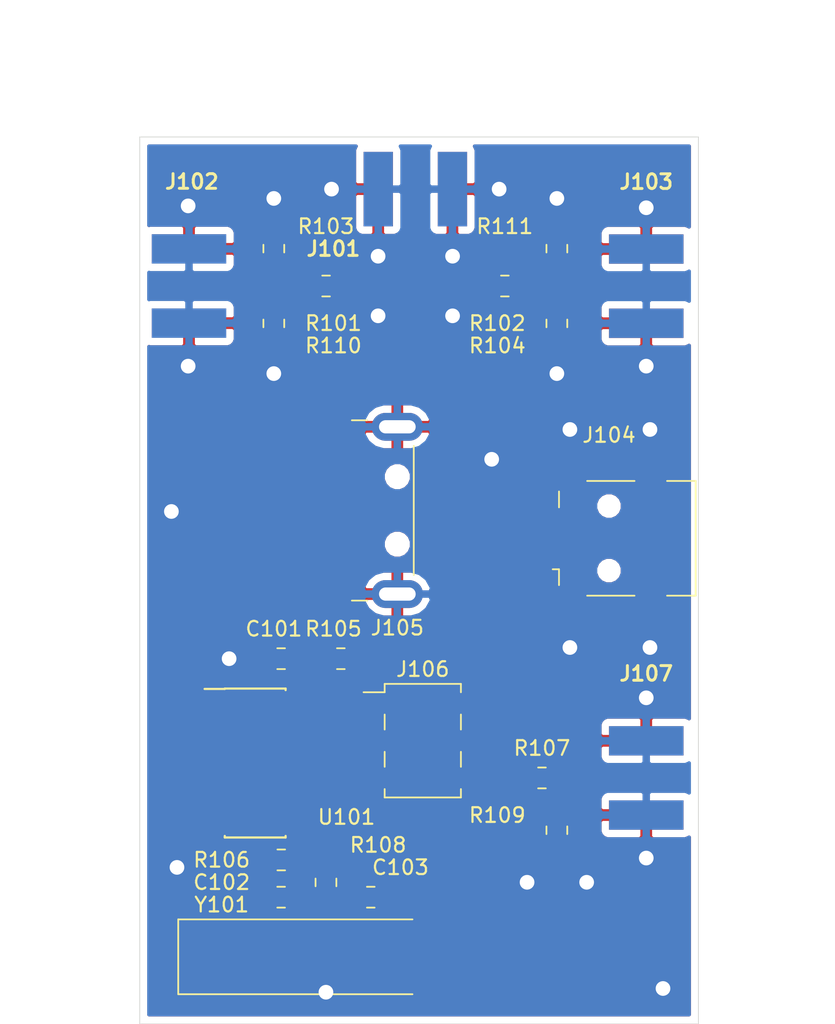
<source format=kicad_pcb>
(kicad_pcb (version 20171130) (host pcbnew 6.0.0-rc1-unknown-0bceb69~66~ubuntu18.04.1)

  (general
    (thickness 1.6)
    (drawings 4)
    (tracks 94)
    (zones 0)
    (modules 23)
    (nets 28)
  )

  (page A4)
  (title_block
    (title TDR_splitter)
    (date 2018-12-05)
    (rev "1 tested")
    (company "Petr Polasek")
    (comment 1 "Addon to the TDR_avalanche to allow simpler measurement of reflections")
  )

  (layers
    (0 F.Cu signal)
    (31 B.Cu signal)
    (32 B.Adhes user)
    (33 F.Adhes user)
    (34 B.Paste user)
    (35 F.Paste user)
    (36 B.SilkS user)
    (37 F.SilkS user)
    (38 B.Mask user)
    (39 F.Mask user)
    (40 Dwgs.User user)
    (41 Cmts.User user)
    (42 Eco1.User user)
    (43 Eco2.User user)
    (44 Edge.Cuts user)
    (45 Margin user)
    (46 B.CrtYd user)
    (47 F.CrtYd user)
    (48 B.Fab user)
    (49 F.Fab user hide)
  )

  (setup
    (last_trace_width 0.4)
    (trace_clearance 0.3)
    (zone_clearance 0.3)
    (zone_45_only no)
    (trace_min 0.2)
    (via_size 2)
    (via_drill 1)
    (via_min_size 0.4)
    (via_min_drill 0.3)
    (uvia_size 0.3)
    (uvia_drill 0.1)
    (uvias_allowed no)
    (uvia_min_size 0.2)
    (uvia_min_drill 0.1)
    (edge_width 0.05)
    (segment_width 0.2)
    (pcb_text_width 0.3)
    (pcb_text_size 1.5 1.5)
    (mod_edge_width 0.12)
    (mod_text_size 1 1)
    (mod_text_width 0.15)
    (pad_size 1.524 1.524)
    (pad_drill 0.762)
    (pad_to_mask_clearance 0.051)
    (solder_mask_min_width 0.25)
    (aux_axis_origin 0 0)
    (visible_elements FFFFFF7F)
    (pcbplotparams
      (layerselection 0x000a0_7fffffff)
      (usegerberextensions false)
      (usegerberattributes false)
      (usegerberadvancedattributes false)
      (creategerberjobfile true)
      (excludeedgelayer false)
      (linewidth 0.100000)
      (plotframeref false)
      (viasonmask true)
      (mode 1)
      (useauxorigin false)
      (hpglpennumber 1)
      (hpglpenspeed 20)
      (hpglpendiameter 15.000000)
      (psnegative false)
      (psa4output false)
      (plotreference true)
      (plotvalue false)
      (plotinvisibletext false)
      (padsonsilk false)
      (subtractmaskfromsilk true)
      (outputformat 4)
      (mirror true)
      (drillshape 1)
      (scaleselection 1)
      (outputdirectory "outputs/"))
  )

  (net 0 "")
  (net 1 "Net-(C101-Pad2)")
  (net 2 GND)
  (net 3 "Net-(C102-Pad1)")
  (net 4 "Net-(C103-Pad1)")
  (net 5 "Net-(J104-Pad4)")
  (net 6 "Net-(J104-Pad3)")
  (net 7 "Net-(J104-Pad2)")
  (net 8 "Net-(J104-Pad1)")
  (net 9 "Net-(J105-Pad3)")
  (net 10 "Net-(J105-Pad2)")
  (net 11 "Net-(J106-Pad3)")
  (net 12 "Net-(J106-Pad2)")
  (net 13 "Net-(J106-Pad1)")
  (net 14 "Net-(J107-Pad1)")
  (net 15 "Net-(R106-Pad2)")
  (net 16 "Net-(U101-Pad9)")
  (net 17 "Net-(U101-Pad7)")
  (net 18 "Net-(U101-Pad6)")
  (net 19 "Net-(U101-Pad5)")
  (net 20 "Net-(U101-Pad4)")
  (net 21 "Net-(U101-Pad3)")
  (net 22 "Net-(U101-Pad2)")
  (net 23 "Net-(U101-Pad1)")
  (net 24 "Net-(J106-Pad5)")
  (net 25 /CABLE)
  (net 26 /IN)
  (net 27 /OUT)

  (net_class Default "This is the default net class."
    (clearance 0.3)
    (trace_width 0.4)
    (via_dia 2)
    (via_drill 1)
    (uvia_dia 0.3)
    (uvia_drill 0.1)
    (add_net GND)
    (add_net "Net-(C101-Pad2)")
    (add_net "Net-(C102-Pad1)")
    (add_net "Net-(C103-Pad1)")
    (add_net "Net-(J104-Pad1)")
    (add_net "Net-(J104-Pad2)")
    (add_net "Net-(J104-Pad3)")
    (add_net "Net-(J104-Pad4)")
    (add_net "Net-(J105-Pad2)")
    (add_net "Net-(J105-Pad3)")
    (add_net "Net-(J106-Pad1)")
    (add_net "Net-(J106-Pad2)")
    (add_net "Net-(J106-Pad3)")
    (add_net "Net-(J106-Pad5)")
    (add_net "Net-(J107-Pad1)")
    (add_net "Net-(R106-Pad2)")
    (add_net "Net-(U101-Pad1)")
    (add_net "Net-(U101-Pad2)")
    (add_net "Net-(U101-Pad3)")
    (add_net "Net-(U101-Pad4)")
    (add_net "Net-(U101-Pad5)")
    (add_net "Net-(U101-Pad6)")
    (add_net "Net-(U101-Pad7)")
    (add_net "Net-(U101-Pad9)")
  )

  (net_class RF ""
    (clearance 0.3)
    (trace_width 1.5)
    (via_dia 2)
    (via_drill 1)
    (uvia_dia 0.3)
    (uvia_drill 0.1)
    (add_net /CABLE)
    (add_net /IN)
    (add_net /OUT)
  )

  (module Package_SO:SOIC-16_3.9x9.9mm_P1.27mm (layer F.Cu) (tedit 5A02F2D3) (tstamp 5C080BCB)
    (at 222.25 109.22)
    (descr "16-Lead Plastic Small Outline (SL) - Narrow, 3.90 mm Body [SOIC] (see Microchip Packaging Specification 00000049BS.pdf)")
    (tags "SOIC 1.27")
    (path /5C05D1DB)
    (attr smd)
    (fp_text reference U101 (at 6.223 3.683) (layer F.SilkS)
      (effects (font (size 1 1) (thickness 0.15)))
    )
    (fp_text value 4060 (at 0 6) (layer F.Fab)
      (effects (font (size 1 1) (thickness 0.15)))
    )
    (fp_line (start -2.075 -5.05) (end -3.45 -5.05) (layer F.SilkS) (width 0.15))
    (fp_line (start -2.075 5.075) (end 2.075 5.075) (layer F.SilkS) (width 0.15))
    (fp_line (start -2.075 -5.075) (end 2.075 -5.075) (layer F.SilkS) (width 0.15))
    (fp_line (start -2.075 5.075) (end -2.075 4.97) (layer F.SilkS) (width 0.15))
    (fp_line (start 2.075 5.075) (end 2.075 4.97) (layer F.SilkS) (width 0.15))
    (fp_line (start 2.075 -5.075) (end 2.075 -4.97) (layer F.SilkS) (width 0.15))
    (fp_line (start -2.075 -5.075) (end -2.075 -5.05) (layer F.SilkS) (width 0.15))
    (fp_line (start -3.7 5.25) (end 3.7 5.25) (layer F.CrtYd) (width 0.05))
    (fp_line (start -3.7 -5.25) (end 3.7 -5.25) (layer F.CrtYd) (width 0.05))
    (fp_line (start 3.7 -5.25) (end 3.7 5.25) (layer F.CrtYd) (width 0.05))
    (fp_line (start -3.7 -5.25) (end -3.7 5.25) (layer F.CrtYd) (width 0.05))
    (fp_line (start -1.95 -3.95) (end -0.95 -4.95) (layer F.Fab) (width 0.15))
    (fp_line (start -1.95 4.95) (end -1.95 -3.95) (layer F.Fab) (width 0.15))
    (fp_line (start 1.95 4.95) (end -1.95 4.95) (layer F.Fab) (width 0.15))
    (fp_line (start 1.95 -4.95) (end 1.95 4.95) (layer F.Fab) (width 0.15))
    (fp_line (start -0.95 -4.95) (end 1.95 -4.95) (layer F.Fab) (width 0.15))
    (fp_text user %R (at 0 0) (layer F.Fab)
      (effects (font (size 0.9 0.9) (thickness 0.135)))
    )
    (pad 16 smd rect (at 2.7 -4.445) (size 1.5 0.6) (layers F.Cu F.Paste F.Mask)
      (net 1 "Net-(C101-Pad2)"))
    (pad 15 smd rect (at 2.7 -3.175) (size 1.5 0.6) (layers F.Cu F.Paste F.Mask)
      (net 13 "Net-(J106-Pad1)"))
    (pad 14 smd rect (at 2.7 -1.905) (size 1.5 0.6) (layers F.Cu F.Paste F.Mask)
      (net 11 "Net-(J106-Pad3)"))
    (pad 13 smd rect (at 2.7 -0.635) (size 1.5 0.6) (layers F.Cu F.Paste F.Mask)
      (net 24 "Net-(J106-Pad5)"))
    (pad 12 smd rect (at 2.7 0.635) (size 1.5 0.6) (layers F.Cu F.Paste F.Mask)
      (net 2 GND))
    (pad 11 smd rect (at 2.7 1.905) (size 1.5 0.6) (layers F.Cu F.Paste F.Mask)
      (net 4 "Net-(C103-Pad1)"))
    (pad 10 smd rect (at 2.7 3.175) (size 1.5 0.6) (layers F.Cu F.Paste F.Mask)
      (net 15 "Net-(R106-Pad2)"))
    (pad 9 smd rect (at 2.7 4.445) (size 1.5 0.6) (layers F.Cu F.Paste F.Mask)
      (net 16 "Net-(U101-Pad9)"))
    (pad 8 smd rect (at -2.7 4.445) (size 1.5 0.6) (layers F.Cu F.Paste F.Mask)
      (net 2 GND))
    (pad 7 smd rect (at -2.7 3.175) (size 1.5 0.6) (layers F.Cu F.Paste F.Mask)
      (net 17 "Net-(U101-Pad7)"))
    (pad 6 smd rect (at -2.7 1.905) (size 1.5 0.6) (layers F.Cu F.Paste F.Mask)
      (net 18 "Net-(U101-Pad6)"))
    (pad 5 smd rect (at -2.7 0.635) (size 1.5 0.6) (layers F.Cu F.Paste F.Mask)
      (net 19 "Net-(U101-Pad5)"))
    (pad 4 smd rect (at -2.7 -0.635) (size 1.5 0.6) (layers F.Cu F.Paste F.Mask)
      (net 20 "Net-(U101-Pad4)"))
    (pad 3 smd rect (at -2.7 -1.905) (size 1.5 0.6) (layers F.Cu F.Paste F.Mask)
      (net 21 "Net-(U101-Pad3)"))
    (pad 2 smd rect (at -2.7 -3.175) (size 1.5 0.6) (layers F.Cu F.Paste F.Mask)
      (net 22 "Net-(U101-Pad2)"))
    (pad 1 smd rect (at -2.7 -4.445) (size 1.5 0.6) (layers F.Cu F.Paste F.Mask)
      (net 23 "Net-(U101-Pad1)"))
    (model ${KISYS3DMOD}/Package_SO.3dshapes/SOIC-16_3.9x9.9mm_P1.27mm.wrl
      (at (xyz 0 0 0))
      (scale (xyz 1 1 1))
      (rotate (xyz 0 0 0))
    )
  )

  (module Connector_PinHeader_2.54mm:PinHeader_2x03_P2.54mm_Vertical_SMD (layer F.Cu) (tedit 59FED5CC) (tstamp 5BF7DB49)
    (at 233.68 107.696)
    (descr "surface-mounted straight pin header, 2x03, 2.54mm pitch, double rows")
    (tags "Surface mounted pin header SMD 2x03 2.54mm double row")
    (path /5C0A7941)
    (attr smd)
    (fp_text reference J106 (at 0 -4.87) (layer F.SilkS)
      (effects (font (size 1 1) (thickness 0.15)))
    )
    (fp_text value Conn_02x03_Odd_Even (at 0 4.87) (layer F.Fab)
      (effects (font (size 1 1) (thickness 0.15)))
    )
    (fp_text user %R (at 0 0 90) (layer F.Fab)
      (effects (font (size 1 1) (thickness 0.15)))
    )
    (fp_line (start 5.9 -4.35) (end -5.9 -4.35) (layer F.CrtYd) (width 0.05))
    (fp_line (start 5.9 4.35) (end 5.9 -4.35) (layer F.CrtYd) (width 0.05))
    (fp_line (start -5.9 4.35) (end 5.9 4.35) (layer F.CrtYd) (width 0.05))
    (fp_line (start -5.9 -4.35) (end -5.9 4.35) (layer F.CrtYd) (width 0.05))
    (fp_line (start 2.6 0.76) (end 2.6 1.78) (layer F.SilkS) (width 0.12))
    (fp_line (start -2.6 0.76) (end -2.6 1.78) (layer F.SilkS) (width 0.12))
    (fp_line (start 2.6 -1.78) (end 2.6 -0.76) (layer F.SilkS) (width 0.12))
    (fp_line (start -2.6 -1.78) (end -2.6 -0.76) (layer F.SilkS) (width 0.12))
    (fp_line (start 2.6 3.3) (end 2.6 3.87) (layer F.SilkS) (width 0.12))
    (fp_line (start -2.6 3.3) (end -2.6 3.87) (layer F.SilkS) (width 0.12))
    (fp_line (start 2.6 -3.87) (end 2.6 -3.3) (layer F.SilkS) (width 0.12))
    (fp_line (start -2.6 -3.87) (end -2.6 -3.3) (layer F.SilkS) (width 0.12))
    (fp_line (start -4.04 -3.3) (end -2.6 -3.3) (layer F.SilkS) (width 0.12))
    (fp_line (start -2.6 3.87) (end 2.6 3.87) (layer F.SilkS) (width 0.12))
    (fp_line (start -2.6 -3.87) (end 2.6 -3.87) (layer F.SilkS) (width 0.12))
    (fp_line (start 3.6 2.86) (end 2.54 2.86) (layer F.Fab) (width 0.1))
    (fp_line (start 3.6 2.22) (end 3.6 2.86) (layer F.Fab) (width 0.1))
    (fp_line (start 2.54 2.22) (end 3.6 2.22) (layer F.Fab) (width 0.1))
    (fp_line (start -3.6 2.86) (end -2.54 2.86) (layer F.Fab) (width 0.1))
    (fp_line (start -3.6 2.22) (end -3.6 2.86) (layer F.Fab) (width 0.1))
    (fp_line (start -2.54 2.22) (end -3.6 2.22) (layer F.Fab) (width 0.1))
    (fp_line (start 3.6 0.32) (end 2.54 0.32) (layer F.Fab) (width 0.1))
    (fp_line (start 3.6 -0.32) (end 3.6 0.32) (layer F.Fab) (width 0.1))
    (fp_line (start 2.54 -0.32) (end 3.6 -0.32) (layer F.Fab) (width 0.1))
    (fp_line (start -3.6 0.32) (end -2.54 0.32) (layer F.Fab) (width 0.1))
    (fp_line (start -3.6 -0.32) (end -3.6 0.32) (layer F.Fab) (width 0.1))
    (fp_line (start -2.54 -0.32) (end -3.6 -0.32) (layer F.Fab) (width 0.1))
    (fp_line (start 3.6 -2.22) (end 2.54 -2.22) (layer F.Fab) (width 0.1))
    (fp_line (start 3.6 -2.86) (end 3.6 -2.22) (layer F.Fab) (width 0.1))
    (fp_line (start 2.54 -2.86) (end 3.6 -2.86) (layer F.Fab) (width 0.1))
    (fp_line (start -3.6 -2.22) (end -2.54 -2.22) (layer F.Fab) (width 0.1))
    (fp_line (start -3.6 -2.86) (end -3.6 -2.22) (layer F.Fab) (width 0.1))
    (fp_line (start -2.54 -2.86) (end -3.6 -2.86) (layer F.Fab) (width 0.1))
    (fp_line (start 2.54 -3.81) (end 2.54 3.81) (layer F.Fab) (width 0.1))
    (fp_line (start -2.54 -2.86) (end -1.59 -3.81) (layer F.Fab) (width 0.1))
    (fp_line (start -2.54 3.81) (end -2.54 -2.86) (layer F.Fab) (width 0.1))
    (fp_line (start -1.59 -3.81) (end 2.54 -3.81) (layer F.Fab) (width 0.1))
    (fp_line (start 2.54 3.81) (end -2.54 3.81) (layer F.Fab) (width 0.1))
    (pad 6 smd rect (at 2.525 2.54) (size 3.15 1) (layers F.Cu F.Paste F.Mask)
      (net 12 "Net-(J106-Pad2)"))
    (pad 5 smd rect (at -2.525 2.54) (size 3.15 1) (layers F.Cu F.Paste F.Mask)
      (net 24 "Net-(J106-Pad5)"))
    (pad 4 smd rect (at 2.525 0) (size 3.15 1) (layers F.Cu F.Paste F.Mask)
      (net 12 "Net-(J106-Pad2)"))
    (pad 3 smd rect (at -2.525 0) (size 3.15 1) (layers F.Cu F.Paste F.Mask)
      (net 11 "Net-(J106-Pad3)"))
    (pad 2 smd rect (at 2.525 -2.54) (size 3.15 1) (layers F.Cu F.Paste F.Mask)
      (net 12 "Net-(J106-Pad2)"))
    (pad 1 smd rect (at -2.525 -2.54) (size 3.15 1) (layers F.Cu F.Paste F.Mask)
      (net 13 "Net-(J106-Pad1)"))
    (model ${KISYS3DMOD}/Connector_PinHeader_2.54mm.3dshapes/PinHeader_2x03_P2.54mm_Vertical_SMD.wrl
      (at (xyz 0 0 0))
      (scale (xyz 1 1 1))
      (rotate (xyz 0 0 0))
    )
  )

  (module Resistor_SMD:R_0805_2012Metric_Pad1.15x1.40mm_HandSolder (layer F.Cu) (tedit 5B36C52B) (tstamp 5BF7BE02)
    (at 242.824 74.159 270)
    (descr "Resistor SMD 0805 (2012 Metric), square (rectangular) end terminal, IPC_7351 nominal with elongated pad for handsoldering. (Body size source: https://docs.google.com/spreadsheets/d/1BsfQQcO9C6DZCsRaXUlFlo91Tg2WpOkGARC1WS5S8t0/edit?usp=sharing), generated with kicad-footprint-generator")
    (tags "resistor handsolder")
    (path /5C0A0FAB)
    (attr smd)
    (fp_text reference R111 (at -1.515 3.556) (layer F.SilkS)
      (effects (font (size 1 1) (thickness 0.15)))
    )
    (fp_text value 200 (at 0 1.65 270) (layer F.Fab)
      (effects (font (size 1 1) (thickness 0.15)))
    )
    (fp_text user %R (at 0 0 270) (layer F.Fab)
      (effects (font (size 0.5 0.5) (thickness 0.08)))
    )
    (fp_line (start 1.85 0.95) (end -1.85 0.95) (layer F.CrtYd) (width 0.05))
    (fp_line (start 1.85 -0.95) (end 1.85 0.95) (layer F.CrtYd) (width 0.05))
    (fp_line (start -1.85 -0.95) (end 1.85 -0.95) (layer F.CrtYd) (width 0.05))
    (fp_line (start -1.85 0.95) (end -1.85 -0.95) (layer F.CrtYd) (width 0.05))
    (fp_line (start -0.261252 0.71) (end 0.261252 0.71) (layer F.SilkS) (width 0.12))
    (fp_line (start -0.261252 -0.71) (end 0.261252 -0.71) (layer F.SilkS) (width 0.12))
    (fp_line (start 1 0.6) (end -1 0.6) (layer F.Fab) (width 0.1))
    (fp_line (start 1 -0.6) (end 1 0.6) (layer F.Fab) (width 0.1))
    (fp_line (start -1 -0.6) (end 1 -0.6) (layer F.Fab) (width 0.1))
    (fp_line (start -1 0.6) (end -1 -0.6) (layer F.Fab) (width 0.1))
    (pad 2 smd roundrect (at 1.025 0 270) (size 1.15 1.4) (layers F.Cu F.Paste F.Mask) (roundrect_rratio 0.217391)
      (net 27 /OUT))
    (pad 1 smd roundrect (at -1.025 0 270) (size 1.15 1.4) (layers F.Cu F.Paste F.Mask) (roundrect_rratio 0.217391)
      (net 2 GND))
    (model ${KISYS3DMOD}/Resistor_SMD.3dshapes/R_0805_2012Metric.wrl
      (at (xyz 0 0 0))
      (scale (xyz 1 1 1))
      (rotate (xyz 0 0 0))
    )
  )

  (module Resistor_SMD:R_0805_2012Metric_Pad1.15x1.40mm_HandSolder (layer F.Cu) (tedit 5B36C52B) (tstamp 5BF7BDF1)
    (at 223.52 79.257 270)
    (descr "Resistor SMD 0805 (2012 Metric), square (rectangular) end terminal, IPC_7351 nominal with elongated pad for handsoldering. (Body size source: https://docs.google.com/spreadsheets/d/1BsfQQcO9C6DZCsRaXUlFlo91Tg2WpOkGARC1WS5S8t0/edit?usp=sharing), generated with kicad-footprint-generator")
    (tags "resistor handsolder")
    (path /5C09EE1D)
    (attr smd)
    (fp_text reference R110 (at 1.515 -4.064) (layer F.SilkS)
      (effects (font (size 1 1) (thickness 0.15)))
    )
    (fp_text value 200 (at 0 1.65 270) (layer F.Fab)
      (effects (font (size 1 1) (thickness 0.15)))
    )
    (fp_text user %R (at 0 0 270) (layer F.Fab)
      (effects (font (size 0.5 0.5) (thickness 0.08)))
    )
    (fp_line (start 1.85 0.95) (end -1.85 0.95) (layer F.CrtYd) (width 0.05))
    (fp_line (start 1.85 -0.95) (end 1.85 0.95) (layer F.CrtYd) (width 0.05))
    (fp_line (start -1.85 -0.95) (end 1.85 -0.95) (layer F.CrtYd) (width 0.05))
    (fp_line (start -1.85 0.95) (end -1.85 -0.95) (layer F.CrtYd) (width 0.05))
    (fp_line (start -0.261252 0.71) (end 0.261252 0.71) (layer F.SilkS) (width 0.12))
    (fp_line (start -0.261252 -0.71) (end 0.261252 -0.71) (layer F.SilkS) (width 0.12))
    (fp_line (start 1 0.6) (end -1 0.6) (layer F.Fab) (width 0.1))
    (fp_line (start 1 -0.6) (end 1 0.6) (layer F.Fab) (width 0.1))
    (fp_line (start -1 -0.6) (end 1 -0.6) (layer F.Fab) (width 0.1))
    (fp_line (start -1 0.6) (end -1 -0.6) (layer F.Fab) (width 0.1))
    (pad 2 smd roundrect (at 1.025 0 270) (size 1.15 1.4) (layers F.Cu F.Paste F.Mask) (roundrect_rratio 0.217391)
      (net 2 GND))
    (pad 1 smd roundrect (at -1.025 0 270) (size 1.15 1.4) (layers F.Cu F.Paste F.Mask) (roundrect_rratio 0.217391)
      (net 26 /IN))
    (model ${KISYS3DMOD}/Resistor_SMD.3dshapes/R_0805_2012Metric.wrl
      (at (xyz 0 0 0))
      (scale (xyz 1 1 1))
      (rotate (xyz 0 0 0))
    )
  )

  (module Crystal:Crystal_SMD_HC49-SD_HandSoldering (layer F.Cu) (tedit 5A1AD52C) (tstamp 5BF81091)
    (at 227.076 122.428)
    (descr "SMD Crystal HC-49-SD http://cdn-reichelt.de/documents/datenblatt/B400/xxx-HC49-SMD.pdf, hand-soldering, 11.4x4.7mm^2 package")
    (tags "SMD SMT crystal hand-soldering")
    (path /5C06C264)
    (attr smd)
    (fp_text reference Y101 (at -7.112 -3.55) (layer F.SilkS)
      (effects (font (size 1 1) (thickness 0.15)))
    )
    (fp_text value 8MHz (at 8.636 0) (layer F.Fab)
      (effects (font (size 1 1) (thickness 0.15)))
    )
    (fp_arc (start 3.015 0) (end 3.015 -2.115) (angle 180) (layer F.Fab) (width 0.1))
    (fp_arc (start -3.015 0) (end -3.015 -2.115) (angle -180) (layer F.Fab) (width 0.1))
    (fp_line (start 10.2 -2.6) (end -10.2 -2.6) (layer F.CrtYd) (width 0.05))
    (fp_line (start 10.2 2.6) (end 10.2 -2.6) (layer F.CrtYd) (width 0.05))
    (fp_line (start -10.2 2.6) (end 10.2 2.6) (layer F.CrtYd) (width 0.05))
    (fp_line (start -10.2 -2.6) (end -10.2 2.6) (layer F.CrtYd) (width 0.05))
    (fp_line (start -10.075 2.55) (end 5.9 2.55) (layer F.SilkS) (width 0.12))
    (fp_line (start -10.075 -2.55) (end -10.075 2.55) (layer F.SilkS) (width 0.12))
    (fp_line (start 5.9 -2.55) (end -10.075 -2.55) (layer F.SilkS) (width 0.12))
    (fp_line (start -3.015 2.115) (end 3.015 2.115) (layer F.Fab) (width 0.1))
    (fp_line (start -3.015 -2.115) (end 3.015 -2.115) (layer F.Fab) (width 0.1))
    (fp_line (start 5.7 -2.35) (end -5.7 -2.35) (layer F.Fab) (width 0.1))
    (fp_line (start 5.7 2.35) (end 5.7 -2.35) (layer F.Fab) (width 0.1))
    (fp_line (start -5.7 2.35) (end 5.7 2.35) (layer F.Fab) (width 0.1))
    (fp_line (start -5.7 -2.35) (end -5.7 2.35) (layer F.Fab) (width 0.1))
    (fp_text user %R (at 0 0) (layer F.Fab)
      (effects (font (size 1 1) (thickness 0.15)))
    )
    (pad 2 smd rect (at 5.9375 0) (size 7.875 2) (layers F.Cu F.Paste F.Mask)
      (net 4 "Net-(C103-Pad1)"))
    (pad 1 smd rect (at -5.9375 0) (size 7.875 2) (layers F.Cu F.Paste F.Mask)
      (net 3 "Net-(C102-Pad1)"))
    (model ${KISYS3DMOD}/Crystal.3dshapes/Crystal_SMD_HC49-SD.wrl
      (at (xyz 0 0 0))
      (scale (xyz 1 1 1))
      (rotate (xyz 0 0 0))
    )
  )

  (module Resistor_SMD:R_0805_2012Metric_Pad1.15x1.40mm_HandSolder (layer F.Cu) (tedit 5B36C52B) (tstamp 5BF7AE86)
    (at 242.824 113.801 90)
    (descr "Resistor SMD 0805 (2012 Metric), square (rectangular) end terminal, IPC_7351 nominal with elongated pad for handsoldering. (Body size source: https://docs.google.com/spreadsheets/d/1BsfQQcO9C6DZCsRaXUlFlo91Tg2WpOkGARC1WS5S8t0/edit?usp=sharing), generated with kicad-footprint-generator")
    (tags "resistor handsolder")
    (path /5C0658F1)
    (attr smd)
    (fp_text reference R109 (at 1.025 -4.064 180) (layer F.SilkS)
      (effects (font (size 1 1) (thickness 0.15)))
    )
    (fp_text value "Not fitted" (at 0 1.65 90) (layer F.Fab)
      (effects (font (size 1 1) (thickness 0.15)))
    )
    (fp_text user %R (at 0 0 90) (layer F.Fab)
      (effects (font (size 0.5 0.5) (thickness 0.08)))
    )
    (fp_line (start 1.85 0.95) (end -1.85 0.95) (layer F.CrtYd) (width 0.05))
    (fp_line (start 1.85 -0.95) (end 1.85 0.95) (layer F.CrtYd) (width 0.05))
    (fp_line (start -1.85 -0.95) (end 1.85 -0.95) (layer F.CrtYd) (width 0.05))
    (fp_line (start -1.85 0.95) (end -1.85 -0.95) (layer F.CrtYd) (width 0.05))
    (fp_line (start -0.261252 0.71) (end 0.261252 0.71) (layer F.SilkS) (width 0.12))
    (fp_line (start -0.261252 -0.71) (end 0.261252 -0.71) (layer F.SilkS) (width 0.12))
    (fp_line (start 1 0.6) (end -1 0.6) (layer F.Fab) (width 0.1))
    (fp_line (start 1 -0.6) (end 1 0.6) (layer F.Fab) (width 0.1))
    (fp_line (start -1 -0.6) (end 1 -0.6) (layer F.Fab) (width 0.1))
    (fp_line (start -1 0.6) (end -1 -0.6) (layer F.Fab) (width 0.1))
    (pad 2 smd roundrect (at 1.025 0 90) (size 1.15 1.4) (layers F.Cu F.Paste F.Mask) (roundrect_rratio 0.217391)
      (net 14 "Net-(J107-Pad1)"))
    (pad 1 smd roundrect (at -1.025 0 90) (size 1.15 1.4) (layers F.Cu F.Paste F.Mask) (roundrect_rratio 0.217391)
      (net 2 GND))
    (model ${KISYS3DMOD}/Resistor_SMD.3dshapes/R_0805_2012Metric.wrl
      (at (xyz 0 0 0))
      (scale (xyz 1 1 1))
      (rotate (xyz 0 0 0))
    )
  )

  (module Resistor_SMD:R_0805_2012Metric_Pad1.15x1.40mm_HandSolder (layer F.Cu) (tedit 5B36C52B) (tstamp 5BF81167)
    (at 227.076 117.357 90)
    (descr "Resistor SMD 0805 (2012 Metric), square (rectangular) end terminal, IPC_7351 nominal with elongated pad for handsoldering. (Body size source: https://docs.google.com/spreadsheets/d/1BsfQQcO9C6DZCsRaXUlFlo91Tg2WpOkGARC1WS5S8t0/edit?usp=sharing), generated with kicad-footprint-generator")
    (tags "resistor handsolder")
    (path /5C06C904)
    (attr smd)
    (fp_text reference R108 (at 2.549 3.556 180) (layer F.SilkS)
      (effects (font (size 1 1) (thickness 0.15)))
    )
    (fp_text value 1M (at 2.041 0.508 180) (layer F.Fab)
      (effects (font (size 1 1) (thickness 0.15)))
    )
    (fp_text user %R (at 0 0 90) (layer F.Fab)
      (effects (font (size 0.5 0.5) (thickness 0.08)))
    )
    (fp_line (start 1.85 0.95) (end -1.85 0.95) (layer F.CrtYd) (width 0.05))
    (fp_line (start 1.85 -0.95) (end 1.85 0.95) (layer F.CrtYd) (width 0.05))
    (fp_line (start -1.85 -0.95) (end 1.85 -0.95) (layer F.CrtYd) (width 0.05))
    (fp_line (start -1.85 0.95) (end -1.85 -0.95) (layer F.CrtYd) (width 0.05))
    (fp_line (start -0.261252 0.71) (end 0.261252 0.71) (layer F.SilkS) (width 0.12))
    (fp_line (start -0.261252 -0.71) (end 0.261252 -0.71) (layer F.SilkS) (width 0.12))
    (fp_line (start 1 0.6) (end -1 0.6) (layer F.Fab) (width 0.1))
    (fp_line (start 1 -0.6) (end 1 0.6) (layer F.Fab) (width 0.1))
    (fp_line (start -1 -0.6) (end 1 -0.6) (layer F.Fab) (width 0.1))
    (fp_line (start -1 0.6) (end -1 -0.6) (layer F.Fab) (width 0.1))
    (pad 2 smd roundrect (at 1.025 0 90) (size 1.15 1.4) (layers F.Cu F.Paste F.Mask) (roundrect_rratio 0.217391)
      (net 3 "Net-(C102-Pad1)"))
    (pad 1 smd roundrect (at -1.025 0 90) (size 1.15 1.4) (layers F.Cu F.Paste F.Mask) (roundrect_rratio 0.217391)
      (net 4 "Net-(C103-Pad1)"))
    (model ${KISYS3DMOD}/Resistor_SMD.3dshapes/R_0805_2012Metric.wrl
      (at (xyz 0 0 0))
      (scale (xyz 1 1 1))
      (rotate (xyz 0 0 0))
    )
  )

  (module Resistor_SMD:R_0805_2012Metric_Pad1.15x1.40mm_HandSolder (layer F.Cu) (tedit 5B36C52B) (tstamp 5BF7AE64)
    (at 241.808 110.236 180)
    (descr "Resistor SMD 0805 (2012 Metric), square (rectangular) end terminal, IPC_7351 nominal with elongated pad for handsoldering. (Body size source: https://docs.google.com/spreadsheets/d/1BsfQQcO9C6DZCsRaXUlFlo91Tg2WpOkGARC1WS5S8t0/edit?usp=sharing), generated with kicad-footprint-generator")
    (tags "resistor handsolder")
    (path /5C064E36)
    (attr smd)
    (fp_text reference R107 (at 0 2.032 180) (layer F.SilkS)
      (effects (font (size 1 1) (thickness 0.15)))
    )
    (fp_text value 51R (at 0 1.65 180) (layer F.Fab)
      (effects (font (size 1 1) (thickness 0.15)))
    )
    (fp_text user %R (at 0 0 180) (layer F.Fab)
      (effects (font (size 0.5 0.5) (thickness 0.08)))
    )
    (fp_line (start 1.85 0.95) (end -1.85 0.95) (layer F.CrtYd) (width 0.05))
    (fp_line (start 1.85 -0.95) (end 1.85 0.95) (layer F.CrtYd) (width 0.05))
    (fp_line (start -1.85 -0.95) (end 1.85 -0.95) (layer F.CrtYd) (width 0.05))
    (fp_line (start -1.85 0.95) (end -1.85 -0.95) (layer F.CrtYd) (width 0.05))
    (fp_line (start -0.261252 0.71) (end 0.261252 0.71) (layer F.SilkS) (width 0.12))
    (fp_line (start -0.261252 -0.71) (end 0.261252 -0.71) (layer F.SilkS) (width 0.12))
    (fp_line (start 1 0.6) (end -1 0.6) (layer F.Fab) (width 0.1))
    (fp_line (start 1 -0.6) (end 1 0.6) (layer F.Fab) (width 0.1))
    (fp_line (start -1 -0.6) (end 1 -0.6) (layer F.Fab) (width 0.1))
    (fp_line (start -1 0.6) (end -1 -0.6) (layer F.Fab) (width 0.1))
    (pad 2 smd roundrect (at 1.025 0 180) (size 1.15 1.4) (layers F.Cu F.Paste F.Mask) (roundrect_rratio 0.217391)
      (net 12 "Net-(J106-Pad2)"))
    (pad 1 smd roundrect (at -1.025 0 180) (size 1.15 1.4) (layers F.Cu F.Paste F.Mask) (roundrect_rratio 0.217391)
      (net 14 "Net-(J107-Pad1)"))
    (model ${KISYS3DMOD}/Resistor_SMD.3dshapes/R_0805_2012Metric.wrl
      (at (xyz 0 0 0))
      (scale (xyz 1 1 1))
      (rotate (xyz 0 0 0))
    )
  )

  (module Resistor_SMD:R_0805_2012Metric_Pad1.15x1.40mm_HandSolder (layer F.Cu) (tedit 5B36C52B) (tstamp 5BF82519)
    (at 224.028 115.824 180)
    (descr "Resistor SMD 0805 (2012 Metric), square (rectangular) end terminal, IPC_7351 nominal with elongated pad for handsoldering. (Body size source: https://docs.google.com/spreadsheets/d/1BsfQQcO9C6DZCsRaXUlFlo91Tg2WpOkGARC1WS5S8t0/edit?usp=sharing), generated with kicad-footprint-generator")
    (tags "resistor handsolder")
    (path /5C06E0DA)
    (attr smd)
    (fp_text reference R106 (at 4.064 0 180) (layer F.SilkS)
      (effects (font (size 1 1) (thickness 0.15)))
    )
    (fp_text value 1k (at -1.524 1.524 180) (layer F.Fab)
      (effects (font (size 1 1) (thickness 0.15)))
    )
    (fp_text user %R (at 0 0 180) (layer F.Fab)
      (effects (font (size 0.5 0.5) (thickness 0.08)))
    )
    (fp_line (start 1.85 0.95) (end -1.85 0.95) (layer F.CrtYd) (width 0.05))
    (fp_line (start 1.85 -0.95) (end 1.85 0.95) (layer F.CrtYd) (width 0.05))
    (fp_line (start -1.85 -0.95) (end 1.85 -0.95) (layer F.CrtYd) (width 0.05))
    (fp_line (start -1.85 0.95) (end -1.85 -0.95) (layer F.CrtYd) (width 0.05))
    (fp_line (start -0.261252 0.71) (end 0.261252 0.71) (layer F.SilkS) (width 0.12))
    (fp_line (start -0.261252 -0.71) (end 0.261252 -0.71) (layer F.SilkS) (width 0.12))
    (fp_line (start 1 0.6) (end -1 0.6) (layer F.Fab) (width 0.1))
    (fp_line (start 1 -0.6) (end 1 0.6) (layer F.Fab) (width 0.1))
    (fp_line (start -1 -0.6) (end 1 -0.6) (layer F.Fab) (width 0.1))
    (fp_line (start -1 0.6) (end -1 -0.6) (layer F.Fab) (width 0.1))
    (pad 2 smd roundrect (at 1.025 0 180) (size 1.15 1.4) (layers F.Cu F.Paste F.Mask) (roundrect_rratio 0.217391)
      (net 15 "Net-(R106-Pad2)"))
    (pad 1 smd roundrect (at -1.025 0 180) (size 1.15 1.4) (layers F.Cu F.Paste F.Mask) (roundrect_rratio 0.217391)
      (net 3 "Net-(C102-Pad1)"))
    (model ${KISYS3DMOD}/Resistor_SMD.3dshapes/R_0805_2012Metric.wrl
      (at (xyz 0 0 0))
      (scale (xyz 1 1 1))
      (rotate (xyz 0 0 0))
    )
  )

  (module Resistor_SMD:R_0805_2012Metric_Pad1.15x1.40mm_HandSolder (layer F.Cu) (tedit 5B36C52B) (tstamp 5BF7AE42)
    (at 228.092 102.108 180)
    (descr "Resistor SMD 0805 (2012 Metric), square (rectangular) end terminal, IPC_7351 nominal with elongated pad for handsoldering. (Body size source: https://docs.google.com/spreadsheets/d/1BsfQQcO9C6DZCsRaXUlFlo91Tg2WpOkGARC1WS5S8t0/edit?usp=sharing), generated with kicad-footprint-generator")
    (tags "resistor handsolder")
    (path /5C07F29D)
    (attr smd)
    (fp_text reference R105 (at 0.508 2.032 180) (layer F.SilkS)
      (effects (font (size 1 1) (thickness 0.15)))
    )
    (fp_text value 4R7 (at 0 1.65 180) (layer F.Fab)
      (effects (font (size 1 1) (thickness 0.15)))
    )
    (fp_text user %R (at 0 0 180) (layer F.Fab)
      (effects (font (size 0.5 0.5) (thickness 0.08)))
    )
    (fp_line (start 1.85 0.95) (end -1.85 0.95) (layer F.CrtYd) (width 0.05))
    (fp_line (start 1.85 -0.95) (end 1.85 0.95) (layer F.CrtYd) (width 0.05))
    (fp_line (start -1.85 -0.95) (end 1.85 -0.95) (layer F.CrtYd) (width 0.05))
    (fp_line (start -1.85 0.95) (end -1.85 -0.95) (layer F.CrtYd) (width 0.05))
    (fp_line (start -0.261252 0.71) (end 0.261252 0.71) (layer F.SilkS) (width 0.12))
    (fp_line (start -0.261252 -0.71) (end 0.261252 -0.71) (layer F.SilkS) (width 0.12))
    (fp_line (start 1 0.6) (end -1 0.6) (layer F.Fab) (width 0.1))
    (fp_line (start 1 -0.6) (end 1 0.6) (layer F.Fab) (width 0.1))
    (fp_line (start -1 -0.6) (end 1 -0.6) (layer F.Fab) (width 0.1))
    (fp_line (start -1 0.6) (end -1 -0.6) (layer F.Fab) (width 0.1))
    (pad 2 smd roundrect (at 1.025 0 180) (size 1.15 1.4) (layers F.Cu F.Paste F.Mask) (roundrect_rratio 0.217391)
      (net 1 "Net-(C101-Pad2)"))
    (pad 1 smd roundrect (at -1.025 0 180) (size 1.15 1.4) (layers F.Cu F.Paste F.Mask) (roundrect_rratio 0.217391)
      (net 8 "Net-(J104-Pad1)"))
    (model ${KISYS3DMOD}/Resistor_SMD.3dshapes/R_0805_2012Metric.wrl
      (at (xyz 0 0 0))
      (scale (xyz 1 1 1))
      (rotate (xyz 0 0 0))
    )
  )

  (module Resistor_SMD:R_0805_2012Metric_Pad1.15x1.40mm_HandSolder (layer F.Cu) (tedit 5B36C52B) (tstamp 5BF7AE31)
    (at 242.824 79.257 90)
    (descr "Resistor SMD 0805 (2012 Metric), square (rectangular) end terminal, IPC_7351 nominal with elongated pad for handsoldering. (Body size source: https://docs.google.com/spreadsheets/d/1BsfQQcO9C6DZCsRaXUlFlo91Tg2WpOkGARC1WS5S8t0/edit?usp=sharing), generated with kicad-footprint-generator")
    (tags "resistor handsolder")
    (path /5BF5E38D)
    (attr smd)
    (fp_text reference R104 (at -1.515 -4.064 180) (layer F.SilkS)
      (effects (font (size 1 1) (thickness 0.15)))
    )
    (fp_text value 200 (at 0 1.65 90) (layer F.Fab)
      (effects (font (size 1 1) (thickness 0.15)))
    )
    (fp_text user %R (at 0 0 90) (layer F.Fab)
      (effects (font (size 0.5 0.5) (thickness 0.08)))
    )
    (fp_line (start 1.85 0.95) (end -1.85 0.95) (layer F.CrtYd) (width 0.05))
    (fp_line (start 1.85 -0.95) (end 1.85 0.95) (layer F.CrtYd) (width 0.05))
    (fp_line (start -1.85 -0.95) (end 1.85 -0.95) (layer F.CrtYd) (width 0.05))
    (fp_line (start -1.85 0.95) (end -1.85 -0.95) (layer F.CrtYd) (width 0.05))
    (fp_line (start -0.261252 0.71) (end 0.261252 0.71) (layer F.SilkS) (width 0.12))
    (fp_line (start -0.261252 -0.71) (end 0.261252 -0.71) (layer F.SilkS) (width 0.12))
    (fp_line (start 1 0.6) (end -1 0.6) (layer F.Fab) (width 0.1))
    (fp_line (start 1 -0.6) (end 1 0.6) (layer F.Fab) (width 0.1))
    (fp_line (start -1 -0.6) (end 1 -0.6) (layer F.Fab) (width 0.1))
    (fp_line (start -1 0.6) (end -1 -0.6) (layer F.Fab) (width 0.1))
    (pad 2 smd roundrect (at 1.025 0 90) (size 1.15 1.4) (layers F.Cu F.Paste F.Mask) (roundrect_rratio 0.217391)
      (net 27 /OUT))
    (pad 1 smd roundrect (at -1.025 0 90) (size 1.15 1.4) (layers F.Cu F.Paste F.Mask) (roundrect_rratio 0.217391)
      (net 2 GND))
    (model ${KISYS3DMOD}/Resistor_SMD.3dshapes/R_0805_2012Metric.wrl
      (at (xyz 0 0 0))
      (scale (xyz 1 1 1))
      (rotate (xyz 0 0 0))
    )
  )

  (module Resistor_SMD:R_0805_2012Metric_Pad1.15x1.40mm_HandSolder (layer F.Cu) (tedit 5B36C52B) (tstamp 5BF7B4DA)
    (at 223.52 74.159 90)
    (descr "Resistor SMD 0805 (2012 Metric), square (rectangular) end terminal, IPC_7351 nominal with elongated pad for handsoldering. (Body size source: https://docs.google.com/spreadsheets/d/1BsfQQcO9C6DZCsRaXUlFlo91Tg2WpOkGARC1WS5S8t0/edit?usp=sharing), generated with kicad-footprint-generator")
    (tags "resistor handsolder")
    (path /5BF5C9FA)
    (attr smd)
    (fp_text reference R103 (at 1.515 3.556 180) (layer F.SilkS)
      (effects (font (size 1 1) (thickness 0.15)))
    )
    (fp_text value 200 (at 0 1.65 90) (layer F.Fab)
      (effects (font (size 1 1) (thickness 0.15)))
    )
    (fp_text user %R (at 0 0 90) (layer F.Fab)
      (effects (font (size 0.5 0.5) (thickness 0.08)))
    )
    (fp_line (start 1.85 0.95) (end -1.85 0.95) (layer F.CrtYd) (width 0.05))
    (fp_line (start 1.85 -0.95) (end 1.85 0.95) (layer F.CrtYd) (width 0.05))
    (fp_line (start -1.85 -0.95) (end 1.85 -0.95) (layer F.CrtYd) (width 0.05))
    (fp_line (start -1.85 0.95) (end -1.85 -0.95) (layer F.CrtYd) (width 0.05))
    (fp_line (start -0.261252 0.71) (end 0.261252 0.71) (layer F.SilkS) (width 0.12))
    (fp_line (start -0.261252 -0.71) (end 0.261252 -0.71) (layer F.SilkS) (width 0.12))
    (fp_line (start 1 0.6) (end -1 0.6) (layer F.Fab) (width 0.1))
    (fp_line (start 1 -0.6) (end 1 0.6) (layer F.Fab) (width 0.1))
    (fp_line (start -1 -0.6) (end 1 -0.6) (layer F.Fab) (width 0.1))
    (fp_line (start -1 0.6) (end -1 -0.6) (layer F.Fab) (width 0.1))
    (pad 2 smd roundrect (at 1.025 0 90) (size 1.15 1.4) (layers F.Cu F.Paste F.Mask) (roundrect_rratio 0.217391)
      (net 2 GND))
    (pad 1 smd roundrect (at -1.025 0 90) (size 1.15 1.4) (layers F.Cu F.Paste F.Mask) (roundrect_rratio 0.217391)
      (net 26 /IN))
    (model ${KISYS3DMOD}/Resistor_SMD.3dshapes/R_0805_2012Metric.wrl
      (at (xyz 0 0 0))
      (scale (xyz 1 1 1))
      (rotate (xyz 0 0 0))
    )
  )

  (module Resistor_SMD:R_0805_2012Metric_Pad1.15x1.40mm_HandSolder (layer F.Cu) (tedit 5B36C52B) (tstamp 5BF7AE0F)
    (at 239.277 76.708 180)
    (descr "Resistor SMD 0805 (2012 Metric), square (rectangular) end terminal, IPC_7351 nominal with elongated pad for handsoldering. (Body size source: https://docs.google.com/spreadsheets/d/1BsfQQcO9C6DZCsRaXUlFlo91Tg2WpOkGARC1WS5S8t0/edit?usp=sharing), generated with kicad-footprint-generator")
    (tags "resistor handsolder")
    (path /5BF5E052)
    (attr smd)
    (fp_text reference R102 (at 0.517 -2.54 180) (layer F.SilkS)
      (effects (font (size 1 1) (thickness 0.15)))
    )
    (fp_text value 68 (at 0 1.65 180) (layer F.Fab)
      (effects (font (size 1 1) (thickness 0.15)))
    )
    (fp_text user %R (at 0 0 180) (layer F.Fab)
      (effects (font (size 0.5 0.5) (thickness 0.08)))
    )
    (fp_line (start 1.85 0.95) (end -1.85 0.95) (layer F.CrtYd) (width 0.05))
    (fp_line (start 1.85 -0.95) (end 1.85 0.95) (layer F.CrtYd) (width 0.05))
    (fp_line (start -1.85 -0.95) (end 1.85 -0.95) (layer F.CrtYd) (width 0.05))
    (fp_line (start -1.85 0.95) (end -1.85 -0.95) (layer F.CrtYd) (width 0.05))
    (fp_line (start -0.261252 0.71) (end 0.261252 0.71) (layer F.SilkS) (width 0.12))
    (fp_line (start -0.261252 -0.71) (end 0.261252 -0.71) (layer F.SilkS) (width 0.12))
    (fp_line (start 1 0.6) (end -1 0.6) (layer F.Fab) (width 0.1))
    (fp_line (start 1 -0.6) (end 1 0.6) (layer F.Fab) (width 0.1))
    (fp_line (start -1 -0.6) (end 1 -0.6) (layer F.Fab) (width 0.1))
    (fp_line (start -1 0.6) (end -1 -0.6) (layer F.Fab) (width 0.1))
    (pad 2 smd roundrect (at 1.025 0 180) (size 1.15 1.4) (layers F.Cu F.Paste F.Mask) (roundrect_rratio 0.217391)
      (net 25 /CABLE))
    (pad 1 smd roundrect (at -1.025 0 180) (size 1.15 1.4) (layers F.Cu F.Paste F.Mask) (roundrect_rratio 0.217391)
      (net 27 /OUT))
    (model ${KISYS3DMOD}/Resistor_SMD.3dshapes/R_0805_2012Metric.wrl
      (at (xyz 0 0 0))
      (scale (xyz 1 1 1))
      (rotate (xyz 0 0 0))
    )
  )

  (module Resistor_SMD:R_0805_2012Metric_Pad1.15x1.40mm_HandSolder (layer F.Cu) (tedit 5B36C52B) (tstamp 5BF81EDA)
    (at 227.085 76.708 180)
    (descr "Resistor SMD 0805 (2012 Metric), square (rectangular) end terminal, IPC_7351 nominal with elongated pad for handsoldering. (Body size source: https://docs.google.com/spreadsheets/d/1BsfQQcO9C6DZCsRaXUlFlo91Tg2WpOkGARC1WS5S8t0/edit?usp=sharing), generated with kicad-footprint-generator")
    (tags "resistor handsolder")
    (path /5BF5D1F0)
    (attr smd)
    (fp_text reference R101 (at -0.499 -2.54 180) (layer F.SilkS)
      (effects (font (size 1 1) (thickness 0.15)))
    )
    (fp_text value 68 (at 0 1.65 180) (layer F.Fab)
      (effects (font (size 1 1) (thickness 0.15)))
    )
    (fp_text user %R (at 0 0 180) (layer F.Fab)
      (effects (font (size 0.5 0.5) (thickness 0.08)))
    )
    (fp_line (start 1.85 0.95) (end -1.85 0.95) (layer F.CrtYd) (width 0.05))
    (fp_line (start 1.85 -0.95) (end 1.85 0.95) (layer F.CrtYd) (width 0.05))
    (fp_line (start -1.85 -0.95) (end 1.85 -0.95) (layer F.CrtYd) (width 0.05))
    (fp_line (start -1.85 0.95) (end -1.85 -0.95) (layer F.CrtYd) (width 0.05))
    (fp_line (start -0.261252 0.71) (end 0.261252 0.71) (layer F.SilkS) (width 0.12))
    (fp_line (start -0.261252 -0.71) (end 0.261252 -0.71) (layer F.SilkS) (width 0.12))
    (fp_line (start 1 0.6) (end -1 0.6) (layer F.Fab) (width 0.1))
    (fp_line (start 1 -0.6) (end 1 0.6) (layer F.Fab) (width 0.1))
    (fp_line (start -1 -0.6) (end 1 -0.6) (layer F.Fab) (width 0.1))
    (fp_line (start -1 0.6) (end -1 -0.6) (layer F.Fab) (width 0.1))
    (pad 2 smd roundrect (at 1.025 0 180) (size 1.15 1.4) (layers F.Cu F.Paste F.Mask) (roundrect_rratio 0.217391)
      (net 26 /IN))
    (pad 1 smd roundrect (at -1.025 0 180) (size 1.15 1.4) (layers F.Cu F.Paste F.Mask) (roundrect_rratio 0.217391)
      (net 25 /CABLE))
    (model ${KISYS3DMOD}/Resistor_SMD.3dshapes/R_0805_2012Metric.wrl
      (at (xyz 0 0 0))
      (scale (xyz 1 1 1))
      (rotate (xyz 0 0 0))
    )
  )

  (module petr_kicad:Molex_SMA_Jack_Edge_Mount_Chinese (layer F.Cu) (tedit 5B2FFBE3) (tstamp 5BF80A0A)
    (at 247.2 110.236 180)
    (descr "Molex SMA Jack, Edge Mount, http://www.molex.com/pdm_docs/sd/732511150_sd.pdf")
    (tags "sma edge")
    (path /5C0641CE)
    (attr smd)
    (fp_text reference J107 (at -1.72 7.11 180) (layer F.SilkS)
      (effects (font (size 1 1) (thickness 0.2)))
    )
    (fp_text value SYNC_GEN (at -1.72 -7.11 180) (layer F.Fab)
      (effects (font (size 1 1) (thickness 0.15)))
    )
    (fp_line (start -4.76 -0.38) (end 0.49 -0.38) (layer F.Fab) (width 0.1))
    (fp_line (start -4.76 0.38) (end 0.49 0.38) (layer F.Fab) (width 0.1))
    (fp_line (start 0.49 -0.38) (end 0.49 0.38) (layer F.Fab) (width 0.1))
    (fp_line (start 0.49 2.07) (end 0.49 3) (layer F.Fab) (width 0.1))
    (fp_line (start 0.49 -3) (end 0.49 -2.07) (layer F.Fab) (width 0.1))
    (fp_line (start -14.29 -6.09) (end -14.29 6.09) (layer F.CrtYd) (width 0.05))
    (fp_line (start -14.29 6.09) (end 2.71 6.09) (layer F.CrtYd) (width 0.05))
    (fp_line (start 2.71 -6.09) (end 2.71 6.09) (layer B.CrtYd) (width 0.05))
    (fp_line (start -14.29 -6.09) (end 2.71 -6.09) (layer B.CrtYd) (width 0.05))
    (fp_line (start -14.29 -6.09) (end -14.29 6.09) (layer B.CrtYd) (width 0.05))
    (fp_line (start -14.29 6.09) (end 2.71 6.09) (layer B.CrtYd) (width 0.05))
    (fp_line (start 2.71 -6.09) (end 2.71 6.09) (layer F.CrtYd) (width 0.05))
    (fp_line (start 2.71 -6.09) (end -14.29 -6.09) (layer F.CrtYd) (width 0.05))
    (fp_line (start -4.76 -2.07) (end 0.49 -2.07) (layer F.Fab) (width 0.1))
    (fp_line (start -4.76 2.07) (end 0.49 2.07) (layer F.Fab) (width 0.1))
    (fp_line (start -14.56 -2.65) (end -6.26 -2.65) (layer F.Fab) (width 0.1))
    (fp_line (start -14.56 -2.65) (end -14.56 2.65) (layer F.Fab) (width 0.1))
    (fp_line (start -14.56 2.65) (end -6.26 2.65) (layer F.Fab) (width 0.1))
    (fp_line (start -4.76 -2.07) (end -4.76 2.07) (layer F.Fab) (width 0.1))
    (fp_line (start 0.49 -3) (end -6.26 -3) (layer F.Fab) (width 0.1))
    (fp_line (start -6.26 -3) (end -6.26 3) (layer F.Fab) (width 0.1))
    (fp_line (start -6.26 3) (end 0.49 3) (layer F.Fab) (width 0.1))
    (pad 1 smd rect (at -1.72 0 180) (size 5.08 2) (layers F.Cu F.Paste F.Mask)
      (net 14 "Net-(J107-Pad1)"))
    (pad 2 smd rect (at -1.72 -2.53 180) (size 5.08 2) (layers F.Cu F.Paste F.Mask)
      (net 2 GND))
    (pad 2 smd rect (at -1.72 2.53 180) (size 5.08 2) (layers F.Cu F.Paste F.Mask)
      (net 2 GND))
    (pad 2 smd rect (at -1.72 -2.53 180) (size 5.08 2) (layers B.Cu B.Paste B.Mask)
      (net 2 GND))
    (pad 2 smd rect (at -1.72 2.53 180) (size 5.08 2) (layers B.Cu B.Paste B.Mask)
      (net 2 GND))
    (model ${KISYS3DMOD}/Connectors_Molex.3dshapes/Molex_SMA_Jack_Edge_Mount.wrl
      (at (xyz 0 0 0))
      (scale (xyz 1 1 1))
      (rotate (xyz 0 0 0))
    )
  )

  (module Connector_USB:USB_A_CNCTech_1001-011-01101_Horizontal (layer F.Cu) (tedit 5AFEF547) (tstamp 5BF7AD9D)
    (at 225.044 92.004 180)
    (descr http://cnctech.us/pdfs/1001-011-01101.pdf)
    (tags USB-A)
    (path /5C05F744)
    (attr smd)
    (fp_text reference J105 (at -6.9 -8 180) (layer F.SilkS)
      (effects (font (size 1 1) (thickness 0.15)))
    )
    (fp_text value USB_A (at 0 8) (layer F.Fab)
      (effects (font (size 1 1) (thickness 0.15)))
    )
    (fp_line (start -11.4 4.55) (end -9.15 4.55) (layer F.CrtYd) (width 0.05))
    (fp_line (start -9.15 4.55) (end -9.15 7.15) (layer F.CrtYd) (width 0.05))
    (fp_line (start -9.15 7.15) (end -4.65 7.15) (layer F.CrtYd) (width 0.05))
    (fp_line (start -4.65 7.15) (end -4.65 6.52) (layer F.CrtYd) (width 0.05))
    (fp_line (start -4.65 6.52) (end 11.4 6.52) (layer F.CrtYd) (width 0.05))
    (fp_text user %R (at -6 0 270) (layer F.Fab)
      (effects (font (size 1 1) (thickness 0.15)))
    )
    (fp_line (start 11.4 6.52) (end 11.4 -6.52) (layer F.CrtYd) (width 0.05))
    (fp_line (start -4.65 -6.52) (end 11.4 -6.52) (layer F.CrtYd) (width 0.05))
    (fp_line (start -4.65 -6.52) (end -4.65 -7.15) (layer F.CrtYd) (width 0.05))
    (fp_line (start -9.15 -7.15) (end -4.65 -7.15) (layer F.CrtYd) (width 0.05))
    (fp_line (start -9.15 -7.15) (end -9.15 -4.55) (layer F.CrtYd) (width 0.05))
    (fp_line (start -11.4 -4.55) (end -9.15 -4.55) (layer F.CrtYd) (width 0.05))
    (fp_line (start -11.4 4.55) (end -11.4 -4.55) (layer F.CrtYd) (width 0.05))
    (fp_line (start -4.85 6.145) (end -3.8 6.145) (layer F.SilkS) (width 0.12))
    (fp_line (start -4.85 -6.145) (end -3.8 -6.145) (layer F.SilkS) (width 0.12))
    (fp_text user "PCB Edge" (at -4.55 -0.05 270) (layer Dwgs.User)
      (effects (font (size 0.6 0.6) (thickness 0.09)))
    )
    (fp_line (start -3.8 6.025) (end -3.8 -6.025) (layer Dwgs.User) (width 0.1))
    (fp_line (start -8.02 -4.4) (end -8.02 4.4) (layer F.SilkS) (width 0.12))
    (fp_circle (center -6.9 2.3) (end -6.9 2.8) (layer F.Fab) (width 0.1))
    (fp_circle (center -6.9 -2.3) (end -6.9 -2.8) (layer F.Fab) (width 0.1))
    (fp_line (start -10.4 -3.25) (end -7.9 -3.25) (layer F.Fab) (width 0.1))
    (fp_line (start -10.4 -3.25) (end -10.4 -3.75) (layer F.Fab) (width 0.1))
    (fp_line (start -10.4 -3.75) (end -7.9 -3.75) (layer F.Fab) (width 0.1))
    (fp_line (start -10.4 -1.25) (end -7.9 -1.25) (layer F.Fab) (width 0.1))
    (fp_line (start -10.4 -0.75) (end -7.9 -0.75) (layer F.Fab) (width 0.1))
    (fp_line (start -10.4 -0.75) (end -10.4 -1.25) (layer F.Fab) (width 0.1))
    (fp_line (start -10.4 1.25) (end -7.9 1.25) (layer F.Fab) (width 0.1))
    (fp_line (start -10.4 1.25) (end -10.4 0.75) (layer F.Fab) (width 0.1))
    (fp_line (start -10.4 0.75) (end -7.9 0.75) (layer F.Fab) (width 0.1))
    (fp_line (start -10.4 3.75) (end -7.9 3.75) (layer F.Fab) (width 0.1))
    (fp_line (start -10.4 3.25) (end -7.9 3.25) (layer F.Fab) (width 0.1))
    (fp_line (start -10.4 3.75) (end -10.4 3.25) (layer F.Fab) (width 0.1))
    (fp_line (start 10.9 6.025) (end 10.9 -6.025) (layer F.Fab) (width 0.1))
    (fp_line (start -7.9 6.025) (end 10.9 6.025) (layer F.Fab) (width 0.1))
    (fp_line (start -7.9 -6.025) (end 10.9 -6.025) (layer F.Fab) (width 0.1))
    (fp_line (start -7.9 6.025) (end -7.9 -6.025) (layer F.Fab) (width 0.1))
    (pad "" np_thru_hole circle (at -6.9 2.3 180) (size 1.1 1.1) (drill 1.1) (layers *.Cu *.Mask))
    (pad "" np_thru_hole circle (at -6.9 -2.3 180) (size 1.1 1.1) (drill 1.1) (layers *.Cu *.Mask))
    (pad 5 thru_hole oval (at -6.9 5.7 180) (size 3.5 1.9) (drill oval 2.5 0.9) (layers *.Cu *.Mask)
      (net 2 GND))
    (pad 5 thru_hole oval (at -6.9 -5.7 180) (size 3.5 1.9) (drill oval 2.5 0.9) (layers *.Cu *.Mask)
      (net 2 GND))
    (pad 4 smd rect (at -9.65 3.5 180) (size 2.5 1.1) (layers F.Cu F.Paste F.Mask)
      (net 2 GND))
    (pad 1 smd rect (at -9.65 -3.5 180) (size 2.5 1.1) (layers F.Cu F.Paste F.Mask)
      (net 8 "Net-(J104-Pad1)"))
    (pad 3 smd rect (at -9.65 1 180) (size 2.5 1.1) (layers F.Cu F.Paste F.Mask)
      (net 9 "Net-(J105-Pad3)"))
    (pad 2 smd rect (at -9.65 -1 180) (size 2.5 1.1) (layers F.Cu F.Paste F.Mask)
      (net 10 "Net-(J105-Pad2)"))
    (model ${KISYS3DMOD}/Connector_USB.3dshapes/USB_A_CNCTech_1001-011-01101_Horizontal.wrl
      (at (xyz 0 0 0))
      (scale (xyz 1 1 1))
      (rotate (xyz 0 0 0))
    )
  )

  (module Connector_USB:USB_Mini-B_Lumberg_2486_01_Horizontal (layer F.Cu) (tedit 5AC6B535) (tstamp 5BF7AD6D)
    (at 246.38 93.904 90)
    (descr "USB Mini-B 5-pin SMD connector, http://downloads.lumberg.com/datenblaetter/en/2486_01.pdf")
    (tags "USB USB_B USB_Mini connector")
    (path /5C05E201)
    (attr smd)
    (fp_text reference J104 (at 7.036 0 180) (layer F.SilkS)
      (effects (font (size 1 1) (thickness 0.15)))
    )
    (fp_text value USB_B_Mini (at 0 7.5 90) (layer F.Fab)
      (effects (font (size 1 1) (thickness 0.15)))
    )
    (fp_line (start -4.35 6.35) (end -4.35 4.2) (layer F.CrtYd) (width 0.05))
    (fp_line (start -4.35 4.2) (end -5.95 4.2) (layer F.CrtYd) (width 0.05))
    (fp_line (start -5.95 1.5) (end -5.95 4.2) (layer F.CrtYd) (width 0.05))
    (fp_line (start -4.35 1.5) (end -5.95 1.5) (layer F.CrtYd) (width 0.05))
    (fp_line (start -4.35 -1.25) (end -4.35 1.5) (layer F.CrtYd) (width 0.05))
    (fp_line (start -4.35 -1.25) (end -5.95 -1.25) (layer F.CrtYd) (width 0.05))
    (fp_line (start -5.95 -3.95) (end -5.95 -1.25) (layer F.CrtYd) (width 0.05))
    (fp_line (start -5.95 -3.95) (end -2.35 -3.95) (layer F.CrtYd) (width 0.05))
    (fp_line (start -2.35 -3.95) (end -2.35 -4.2) (layer F.CrtYd) (width 0.05))
    (fp_line (start 5.95 -3.95) (end 5.95 -1.25) (layer F.CrtYd) (width 0.05))
    (fp_line (start 4.35 -1.25) (end 5.95 -1.25) (layer F.CrtYd) (width 0.05))
    (fp_line (start 4.35 -1.25) (end 4.35 1.5) (layer F.CrtYd) (width 0.05))
    (fp_line (start -1.95 -3.35) (end -1.6 -2.85) (layer F.Fab) (width 0.1))
    (fp_line (start 5.95 1.5) (end 5.95 4.2) (layer F.CrtYd) (width 0.05))
    (fp_line (start 5.95 -3.95) (end 2.35 -3.95) (layer F.CrtYd) (width 0.05))
    (fp_line (start -4.35 6.35) (end 4.35 6.35) (layer F.CrtYd) (width 0.05))
    (fp_line (start -3.85 -3.35) (end 3.85 -3.35) (layer F.Fab) (width 0.1))
    (fp_line (start -3.85 -3.35) (end -3.85 5.85) (layer F.Fab) (width 0.1))
    (fp_line (start -3.85 5.85) (end 3.85 5.85) (layer F.Fab) (width 0.1))
    (fp_line (start 3.85 5.85) (end 3.85 -3.35) (layer F.Fab) (width 0.1))
    (fp_line (start -3.91 5.91) (end -3.91 3.96) (layer F.SilkS) (width 0.12))
    (fp_line (start -3.91 1.74) (end -3.91 -1.49) (layer F.SilkS) (width 0.12))
    (fp_line (start -3.19 -3.41) (end -2.11 -3.41) (layer F.SilkS) (width 0.12))
    (fp_line (start 2.11 -3.41) (end 3.19 -3.41) (layer F.SilkS) (width 0.12))
    (fp_line (start 3.91 1.74) (end 3.91 -1.49) (layer F.SilkS) (width 0.12))
    (fp_line (start 3.91 5.91) (end 3.91 3.96) (layer F.SilkS) (width 0.12))
    (fp_text user %R (at 0 1.6 270) (layer F.Fab)
      (effects (font (size 1 1) (thickness 0.15)))
    )
    (fp_line (start -2.11 -3.41) (end -2.11 -3.84) (layer F.SilkS) (width 0.12))
    (fp_line (start -1.6 -2.85) (end -1.25 -3.35) (layer F.Fab) (width 0.1))
    (fp_line (start 3.91 5.91) (end -3.91 5.91) (layer F.SilkS) (width 0.12))
    (fp_line (start 4.35 6.35) (end 4.35 4.2) (layer F.CrtYd) (width 0.05))
    (fp_line (start 4.35 4.2) (end 5.95 4.2) (layer F.CrtYd) (width 0.05))
    (fp_line (start 4.35 1.5) (end 5.95 1.5) (layer F.CrtYd) (width 0.05))
    (fp_line (start 2.35 -3.95) (end 2.35 -4.2) (layer F.CrtYd) (width 0.05))
    (fp_line (start 2.35 -4.2) (end -2.35 -4.2) (layer F.CrtYd) (width 0.05))
    (pad "" np_thru_hole circle (at 2.2 0 90) (size 1 1) (drill 1) (layers *.Cu *.Mask))
    (pad "" np_thru_hole circle (at -2.2 0 90) (size 1 1) (drill 1) (layers *.Cu *.Mask))
    (pad 6 smd rect (at 4.45 2.85 90) (size 2 1.7) (layers F.Cu F.Paste F.Mask)
      (net 2 GND))
    (pad 6 smd rect (at 4.45 -2.6 90) (size 2 1.7) (layers F.Cu F.Paste F.Mask)
      (net 2 GND))
    (pad 6 smd rect (at -4.45 2.85 90) (size 2 1.7) (layers F.Cu F.Paste F.Mask)
      (net 2 GND))
    (pad 6 smd rect (at -4.45 -2.6 90) (size 2 1.7) (layers F.Cu F.Paste F.Mask)
      (net 2 GND))
    (pad 5 smd rect (at 1.6 -2.7 90) (size 0.5 2) (layers F.Cu F.Paste F.Mask)
      (net 2 GND))
    (pad 4 smd rect (at 0.8 -2.7 90) (size 0.5 2) (layers F.Cu F.Paste F.Mask)
      (net 5 "Net-(J104-Pad4)"))
    (pad 3 smd rect (at 0 -2.7 90) (size 0.5 2) (layers F.Cu F.Paste F.Mask)
      (net 6 "Net-(J104-Pad3)"))
    (pad 2 smd rect (at -0.8 -2.7 90) (size 0.5 2) (layers F.Cu F.Paste F.Mask)
      (net 7 "Net-(J104-Pad2)"))
    (pad 1 smd rect (at -1.6 -2.7 90) (size 0.5 2) (layers F.Cu F.Paste F.Mask)
      (net 8 "Net-(J104-Pad1)"))
    (model ${KISYS3DMOD}/Connector_USB.3dshapes/USB_Mini-B_Lumberg_2486_01_Horizontal.wrl
      (at (xyz 0 0 0))
      (scale (xyz 1 1 1))
      (rotate (xyz 0 0 0))
    )
  )

  (module petr_kicad:Molex_SMA_Jack_Edge_Mount_Chinese (layer F.Cu) (tedit 5B2FFBE3) (tstamp 5BF7AD3B)
    (at 247.2 76.718 180)
    (descr "Molex SMA Jack, Edge Mount, http://www.molex.com/pdm_docs/sd/732511150_sd.pdf")
    (tags "sma edge")
    (path /5BF5F665)
    (attr smd)
    (fp_text reference J103 (at -1.72 7.11 180) (layer F.SilkS)
      (effects (font (size 1 1) (thickness 0.2)))
    )
    (fp_text value OUT (at -1.72 -7.11 180) (layer F.Fab)
      (effects (font (size 1 1) (thickness 0.15)))
    )
    (fp_line (start -4.76 -0.38) (end 0.49 -0.38) (layer F.Fab) (width 0.1))
    (fp_line (start -4.76 0.38) (end 0.49 0.38) (layer F.Fab) (width 0.1))
    (fp_line (start 0.49 -0.38) (end 0.49 0.38) (layer F.Fab) (width 0.1))
    (fp_line (start 0.49 2.07) (end 0.49 3) (layer F.Fab) (width 0.1))
    (fp_line (start 0.49 -3) (end 0.49 -2.07) (layer F.Fab) (width 0.1))
    (fp_line (start -14.29 -6.09) (end -14.29 6.09) (layer F.CrtYd) (width 0.05))
    (fp_line (start -14.29 6.09) (end 2.71 6.09) (layer F.CrtYd) (width 0.05))
    (fp_line (start 2.71 -6.09) (end 2.71 6.09) (layer B.CrtYd) (width 0.05))
    (fp_line (start -14.29 -6.09) (end 2.71 -6.09) (layer B.CrtYd) (width 0.05))
    (fp_line (start -14.29 -6.09) (end -14.29 6.09) (layer B.CrtYd) (width 0.05))
    (fp_line (start -14.29 6.09) (end 2.71 6.09) (layer B.CrtYd) (width 0.05))
    (fp_line (start 2.71 -6.09) (end 2.71 6.09) (layer F.CrtYd) (width 0.05))
    (fp_line (start 2.71 -6.09) (end -14.29 -6.09) (layer F.CrtYd) (width 0.05))
    (fp_line (start -4.76 -2.07) (end 0.49 -2.07) (layer F.Fab) (width 0.1))
    (fp_line (start -4.76 2.07) (end 0.49 2.07) (layer F.Fab) (width 0.1))
    (fp_line (start -14.56 -2.65) (end -6.26 -2.65) (layer F.Fab) (width 0.1))
    (fp_line (start -14.56 -2.65) (end -14.56 2.65) (layer F.Fab) (width 0.1))
    (fp_line (start -14.56 2.65) (end -6.26 2.65) (layer F.Fab) (width 0.1))
    (fp_line (start -4.76 -2.07) (end -4.76 2.07) (layer F.Fab) (width 0.1))
    (fp_line (start 0.49 -3) (end -6.26 -3) (layer F.Fab) (width 0.1))
    (fp_line (start -6.26 -3) (end -6.26 3) (layer F.Fab) (width 0.1))
    (fp_line (start -6.26 3) (end 0.49 3) (layer F.Fab) (width 0.1))
    (pad 1 smd rect (at -1.72 0 180) (size 5.08 2) (layers F.Cu F.Paste F.Mask)
      (net 27 /OUT))
    (pad 2 smd rect (at -1.72 -2.53 180) (size 5.08 2) (layers F.Cu F.Paste F.Mask)
      (net 2 GND))
    (pad 2 smd rect (at -1.72 2.53 180) (size 5.08 2) (layers F.Cu F.Paste F.Mask)
      (net 2 GND))
    (pad 2 smd rect (at -1.72 -2.53 180) (size 5.08 2) (layers B.Cu B.Paste B.Mask)
      (net 2 GND))
    (pad 2 smd rect (at -1.72 2.53 180) (size 5.08 2) (layers B.Cu B.Paste B.Mask)
      (net 2 GND))
    (model ${KISYS3DMOD}/Connectors_Molex.3dshapes/Molex_SMA_Jack_Edge_Mount.wrl
      (at (xyz 0 0 0))
      (scale (xyz 1 1 1))
      (rotate (xyz 0 0 0))
    )
  )

  (module petr_kicad:Molex_SMA_Jack_Edge_Mount_Chinese (layer F.Cu) (tedit 5B2FFBE3) (tstamp 5BF7AD1C)
    (at 219.456 76.708)
    (descr "Molex SMA Jack, Edge Mount, http://www.molex.com/pdm_docs/sd/732511150_sd.pdf")
    (tags "sma edge")
    (path /5BF5C698)
    (attr smd)
    (fp_text reference J102 (at -1.524 -7.112) (layer F.SilkS)
      (effects (font (size 1 1) (thickness 0.2)))
    )
    (fp_text value IN (at -1.72 -7.11) (layer F.Fab)
      (effects (font (size 1 1) (thickness 0.15)))
    )
    (fp_line (start -4.76 -0.38) (end 0.49 -0.38) (layer F.Fab) (width 0.1))
    (fp_line (start -4.76 0.38) (end 0.49 0.38) (layer F.Fab) (width 0.1))
    (fp_line (start 0.49 -0.38) (end 0.49 0.38) (layer F.Fab) (width 0.1))
    (fp_line (start 0.49 2.07) (end 0.49 3) (layer F.Fab) (width 0.1))
    (fp_line (start 0.49 -3) (end 0.49 -2.07) (layer F.Fab) (width 0.1))
    (fp_line (start -14.29 -6.09) (end -14.29 6.09) (layer F.CrtYd) (width 0.05))
    (fp_line (start -14.29 6.09) (end 2.71 6.09) (layer F.CrtYd) (width 0.05))
    (fp_line (start 2.71 -6.09) (end 2.71 6.09) (layer B.CrtYd) (width 0.05))
    (fp_line (start -14.29 -6.09) (end 2.71 -6.09) (layer B.CrtYd) (width 0.05))
    (fp_line (start -14.29 -6.09) (end -14.29 6.09) (layer B.CrtYd) (width 0.05))
    (fp_line (start -14.29 6.09) (end 2.71 6.09) (layer B.CrtYd) (width 0.05))
    (fp_line (start 2.71 -6.09) (end 2.71 6.09) (layer F.CrtYd) (width 0.05))
    (fp_line (start 2.71 -6.09) (end -14.29 -6.09) (layer F.CrtYd) (width 0.05))
    (fp_line (start -4.76 -2.07) (end 0.49 -2.07) (layer F.Fab) (width 0.1))
    (fp_line (start -4.76 2.07) (end 0.49 2.07) (layer F.Fab) (width 0.1))
    (fp_line (start -14.56 -2.65) (end -6.26 -2.65) (layer F.Fab) (width 0.1))
    (fp_line (start -14.56 -2.65) (end -14.56 2.65) (layer F.Fab) (width 0.1))
    (fp_line (start -14.56 2.65) (end -6.26 2.65) (layer F.Fab) (width 0.1))
    (fp_line (start -4.76 -2.07) (end -4.76 2.07) (layer F.Fab) (width 0.1))
    (fp_line (start 0.49 -3) (end -6.26 -3) (layer F.Fab) (width 0.1))
    (fp_line (start -6.26 -3) (end -6.26 3) (layer F.Fab) (width 0.1))
    (fp_line (start -6.26 3) (end 0.49 3) (layer F.Fab) (width 0.1))
    (pad 1 smd rect (at -1.72 0) (size 5.08 2) (layers F.Cu F.Paste F.Mask)
      (net 26 /IN))
    (pad 2 smd rect (at -1.72 -2.53) (size 5.08 2) (layers F.Cu F.Paste F.Mask)
      (net 2 GND))
    (pad 2 smd rect (at -1.72 2.53) (size 5.08 2) (layers F.Cu F.Paste F.Mask)
      (net 2 GND))
    (pad 2 smd rect (at -1.72 -2.53) (size 5.08 2) (layers B.Cu B.Paste B.Mask)
      (net 2 GND))
    (pad 2 smd rect (at -1.72 2.53) (size 5.08 2) (layers B.Cu B.Paste B.Mask)
      (net 2 GND))
    (model ${KISYS3DMOD}/Connectors_Molex.3dshapes/Molex_SMA_Jack_Edge_Mount.wrl
      (at (xyz 0 0 0))
      (scale (xyz 1 1 1))
      (rotate (xyz 0 0 0))
    )
  )

  (module petr_kicad:Molex_SMA_Jack_Edge_Mount_Chinese (layer F.Cu) (tedit 5B2FFBE3) (tstamp 5BF7ACFD)
    (at 233.172 71.824 270)
    (descr "Molex SMA Jack, Edge Mount, http://www.molex.com/pdm_docs/sd/732511150_sd.pdf")
    (tags "sma edge")
    (path /5BF5FF93)
    (attr smd)
    (fp_text reference J101 (at 2.344 5.588) (layer F.SilkS)
      (effects (font (size 1 1) (thickness 0.2)))
    )
    (fp_text value CABLE (at -1.72 -7.11 270) (layer F.Fab)
      (effects (font (size 1 1) (thickness 0.15)))
    )
    (fp_line (start -4.76 -0.38) (end 0.49 -0.38) (layer F.Fab) (width 0.1))
    (fp_line (start -4.76 0.38) (end 0.49 0.38) (layer F.Fab) (width 0.1))
    (fp_line (start 0.49 -0.38) (end 0.49 0.38) (layer F.Fab) (width 0.1))
    (fp_line (start 0.49 2.07) (end 0.49 3) (layer F.Fab) (width 0.1))
    (fp_line (start 0.49 -3) (end 0.49 -2.07) (layer F.Fab) (width 0.1))
    (fp_line (start -14.29 -6.09) (end -14.29 6.09) (layer F.CrtYd) (width 0.05))
    (fp_line (start -14.29 6.09) (end 2.71 6.09) (layer F.CrtYd) (width 0.05))
    (fp_line (start 2.71 -6.09) (end 2.71 6.09) (layer B.CrtYd) (width 0.05))
    (fp_line (start -14.29 -6.09) (end 2.71 -6.09) (layer B.CrtYd) (width 0.05))
    (fp_line (start -14.29 -6.09) (end -14.29 6.09) (layer B.CrtYd) (width 0.05))
    (fp_line (start -14.29 6.09) (end 2.71 6.09) (layer B.CrtYd) (width 0.05))
    (fp_line (start 2.71 -6.09) (end 2.71 6.09) (layer F.CrtYd) (width 0.05))
    (fp_line (start 2.71 -6.09) (end -14.29 -6.09) (layer F.CrtYd) (width 0.05))
    (fp_line (start -4.76 -2.07) (end 0.49 -2.07) (layer F.Fab) (width 0.1))
    (fp_line (start -4.76 2.07) (end 0.49 2.07) (layer F.Fab) (width 0.1))
    (fp_line (start -14.56 -2.65) (end -6.26 -2.65) (layer F.Fab) (width 0.1))
    (fp_line (start -14.56 -2.65) (end -14.56 2.65) (layer F.Fab) (width 0.1))
    (fp_line (start -14.56 2.65) (end -6.26 2.65) (layer F.Fab) (width 0.1))
    (fp_line (start -4.76 -2.07) (end -4.76 2.07) (layer F.Fab) (width 0.1))
    (fp_line (start 0.49 -3) (end -6.26 -3) (layer F.Fab) (width 0.1))
    (fp_line (start -6.26 -3) (end -6.26 3) (layer F.Fab) (width 0.1))
    (fp_line (start -6.26 3) (end 0.49 3) (layer F.Fab) (width 0.1))
    (pad 1 smd rect (at -1.72 0 270) (size 5.08 2) (layers F.Cu F.Paste F.Mask)
      (net 25 /CABLE))
    (pad 2 smd rect (at -1.72 -2.53 270) (size 5.08 2) (layers F.Cu F.Paste F.Mask)
      (net 2 GND))
    (pad 2 smd rect (at -1.72 2.53 270) (size 5.08 2) (layers F.Cu F.Paste F.Mask)
      (net 2 GND))
    (pad 2 smd rect (at -1.72 -2.53 270) (size 5.08 2) (layers B.Cu B.Paste B.Mask)
      (net 2 GND))
    (pad 2 smd rect (at -1.72 2.53 270) (size 5.08 2) (layers B.Cu B.Paste B.Mask)
      (net 2 GND))
    (model ${KISYS3DMOD}/Connectors_Molex.3dshapes/Molex_SMA_Jack_Edge_Mount.wrl
      (at (xyz 0 0 0))
      (scale (xyz 1 1 1))
      (rotate (xyz 0 0 0))
    )
  )

  (module Capacitor_SMD:C_0805_2012Metric_Pad1.15x1.40mm_HandSolder (layer F.Cu) (tedit 5B36C52B) (tstamp 5BF81137)
    (at 230.133 118.364)
    (descr "Capacitor SMD 0805 (2012 Metric), square (rectangular) end terminal, IPC_7351 nominal with elongated pad for handsoldering. (Body size source: https://docs.google.com/spreadsheets/d/1BsfQQcO9C6DZCsRaXUlFlo91Tg2WpOkGARC1WS5S8t0/edit?usp=sharing), generated with kicad-footprint-generator")
    (tags "capacitor handsolder")
    (path /5C06F3A3)
    (attr smd)
    (fp_text reference C103 (at 2.023 -2.032) (layer F.SilkS)
      (effects (font (size 1 1) (thickness 0.15)))
    )
    (fp_text value 22p (at 3.039 0) (layer F.Fab)
      (effects (font (size 1 1) (thickness 0.15)))
    )
    (fp_text user %R (at 0 0) (layer F.Fab)
      (effects (font (size 0.5 0.5) (thickness 0.08)))
    )
    (fp_line (start 1.85 0.95) (end -1.85 0.95) (layer F.CrtYd) (width 0.05))
    (fp_line (start 1.85 -0.95) (end 1.85 0.95) (layer F.CrtYd) (width 0.05))
    (fp_line (start -1.85 -0.95) (end 1.85 -0.95) (layer F.CrtYd) (width 0.05))
    (fp_line (start -1.85 0.95) (end -1.85 -0.95) (layer F.CrtYd) (width 0.05))
    (fp_line (start -0.261252 0.71) (end 0.261252 0.71) (layer F.SilkS) (width 0.12))
    (fp_line (start -0.261252 -0.71) (end 0.261252 -0.71) (layer F.SilkS) (width 0.12))
    (fp_line (start 1 0.6) (end -1 0.6) (layer F.Fab) (width 0.1))
    (fp_line (start 1 -0.6) (end 1 0.6) (layer F.Fab) (width 0.1))
    (fp_line (start -1 -0.6) (end 1 -0.6) (layer F.Fab) (width 0.1))
    (fp_line (start -1 0.6) (end -1 -0.6) (layer F.Fab) (width 0.1))
    (pad 2 smd roundrect (at 1.025 0) (size 1.15 1.4) (layers F.Cu F.Paste F.Mask) (roundrect_rratio 0.217391)
      (net 2 GND))
    (pad 1 smd roundrect (at -1.025 0) (size 1.15 1.4) (layers F.Cu F.Paste F.Mask) (roundrect_rratio 0.217391)
      (net 4 "Net-(C103-Pad1)"))
    (model ${KISYS3DMOD}/Capacitor_SMD.3dshapes/C_0805_2012Metric.wrl
      (at (xyz 0 0 0))
      (scale (xyz 1 1 1))
      (rotate (xyz 0 0 0))
    )
  )

  (module Capacitor_SMD:C_0805_2012Metric_Pad1.15x1.40mm_HandSolder (layer F.Cu) (tedit 5B36C52B) (tstamp 5BF8105C)
    (at 224.019 118.364 180)
    (descr "Capacitor SMD 0805 (2012 Metric), square (rectangular) end terminal, IPC_7351 nominal with elongated pad for handsoldering. (Body size source: https://docs.google.com/spreadsheets/d/1BsfQQcO9C6DZCsRaXUlFlo91Tg2WpOkGARC1WS5S8t0/edit?usp=sharing), generated with kicad-footprint-generator")
    (tags "capacitor handsolder")
    (path /5C06E682)
    (attr smd)
    (fp_text reference C102 (at 4.055 1.016 180) (layer F.SilkS)
      (effects (font (size 1 1) (thickness 0.15)))
    )
    (fp_text value 22p (at 3.039 0 180) (layer F.Fab)
      (effects (font (size 1 1) (thickness 0.15)))
    )
    (fp_text user %R (at 0 0 180) (layer F.Fab)
      (effects (font (size 0.5 0.5) (thickness 0.08)))
    )
    (fp_line (start 1.85 0.95) (end -1.85 0.95) (layer F.CrtYd) (width 0.05))
    (fp_line (start 1.85 -0.95) (end 1.85 0.95) (layer F.CrtYd) (width 0.05))
    (fp_line (start -1.85 -0.95) (end 1.85 -0.95) (layer F.CrtYd) (width 0.05))
    (fp_line (start -1.85 0.95) (end -1.85 -0.95) (layer F.CrtYd) (width 0.05))
    (fp_line (start -0.261252 0.71) (end 0.261252 0.71) (layer F.SilkS) (width 0.12))
    (fp_line (start -0.261252 -0.71) (end 0.261252 -0.71) (layer F.SilkS) (width 0.12))
    (fp_line (start 1 0.6) (end -1 0.6) (layer F.Fab) (width 0.1))
    (fp_line (start 1 -0.6) (end 1 0.6) (layer F.Fab) (width 0.1))
    (fp_line (start -1 -0.6) (end 1 -0.6) (layer F.Fab) (width 0.1))
    (fp_line (start -1 0.6) (end -1 -0.6) (layer F.Fab) (width 0.1))
    (pad 2 smd roundrect (at 1.025 0 180) (size 1.15 1.4) (layers F.Cu F.Paste F.Mask) (roundrect_rratio 0.217391)
      (net 2 GND))
    (pad 1 smd roundrect (at -1.025 0 180) (size 1.15 1.4) (layers F.Cu F.Paste F.Mask) (roundrect_rratio 0.217391)
      (net 3 "Net-(C102-Pad1)"))
    (model ${KISYS3DMOD}/Capacitor_SMD.3dshapes/C_0805_2012Metric.wrl
      (at (xyz 0 0 0))
      (scale (xyz 1 1 1))
      (rotate (xyz 0 0 0))
    )
  )

  (module Capacitor_SMD:C_0805_2012Metric_Pad1.15x1.40mm_HandSolder (layer F.Cu) (tedit 5B36C52B) (tstamp 5BF7ACBC)
    (at 224.019 102.108)
    (descr "Capacitor SMD 0805 (2012 Metric), square (rectangular) end terminal, IPC_7351 nominal with elongated pad for handsoldering. (Body size source: https://docs.google.com/spreadsheets/d/1BsfQQcO9C6DZCsRaXUlFlo91Tg2WpOkGARC1WS5S8t0/edit?usp=sharing), generated with kicad-footprint-generator")
    (tags "capacitor handsolder")
    (path /5C089717)
    (attr smd)
    (fp_text reference C101 (at -0.499 -2.032) (layer F.SilkS)
      (effects (font (size 1 1) (thickness 0.15)))
    )
    (fp_text value 100n (at 0 1.65) (layer F.Fab)
      (effects (font (size 1 1) (thickness 0.15)))
    )
    (fp_text user %R (at 0 0) (layer F.Fab)
      (effects (font (size 0.5 0.5) (thickness 0.08)))
    )
    (fp_line (start 1.85 0.95) (end -1.85 0.95) (layer F.CrtYd) (width 0.05))
    (fp_line (start 1.85 -0.95) (end 1.85 0.95) (layer F.CrtYd) (width 0.05))
    (fp_line (start -1.85 -0.95) (end 1.85 -0.95) (layer F.CrtYd) (width 0.05))
    (fp_line (start -1.85 0.95) (end -1.85 -0.95) (layer F.CrtYd) (width 0.05))
    (fp_line (start -0.261252 0.71) (end 0.261252 0.71) (layer F.SilkS) (width 0.12))
    (fp_line (start -0.261252 -0.71) (end 0.261252 -0.71) (layer F.SilkS) (width 0.12))
    (fp_line (start 1 0.6) (end -1 0.6) (layer F.Fab) (width 0.1))
    (fp_line (start 1 -0.6) (end 1 0.6) (layer F.Fab) (width 0.1))
    (fp_line (start -1 -0.6) (end 1 -0.6) (layer F.Fab) (width 0.1))
    (fp_line (start -1 0.6) (end -1 -0.6) (layer F.Fab) (width 0.1))
    (pad 2 smd roundrect (at 1.025 0) (size 1.15 1.4) (layers F.Cu F.Paste F.Mask) (roundrect_rratio 0.217391)
      (net 1 "Net-(C101-Pad2)"))
    (pad 1 smd roundrect (at -1.025 0) (size 1.15 1.4) (layers F.Cu F.Paste F.Mask) (roundrect_rratio 0.217391)
      (net 2 GND))
    (model ${KISYS3DMOD}/Capacitor_SMD.3dshapes/C_0805_2012Metric.wrl
      (at (xyz 0 0 0))
      (scale (xyz 1 1 1))
      (rotate (xyz 0 0 0))
    )
  )

  (gr_line (start 214.376 127) (end 214.376 66.548) (layer Edge.Cuts) (width 0.05))
  (gr_line (start 252.476 127) (end 214.376 127) (layer Edge.Cuts) (width 0.05))
  (gr_line (start 252.476 66.548) (end 252.476 127) (layer Edge.Cuts) (width 0.05))
  (gr_line (start 214.376 66.548) (end 252.476 66.548) (layer Edge.Cuts) (width 0.05))

  (segment (start 227.067 102.108) (end 225.044 102.108) (width 0.4) (layer F.Cu) (net 1))
  (segment (start 225.038 104.775) (end 225.038 102.114) (width 0.4) (layer F.Cu) (net 1))
  (segment (start 225.038 102.114) (end 225.044 102.108) (width 0.4) (layer F.Cu) (net 1))
  (via (at 238.887 70.104) (size 2) (drill 1) (layers F.Cu B.Cu) (net 2))
  (via (at 227.457 70.104) (size 2) (drill 1) (layers F.Cu B.Cu) (net 2))
  (via (at 217.678 71.247) (size 2) (drill 1) (layers F.Cu B.Cu) (net 2))
  (via (at 217.678 82.169) (size 2) (drill 1) (layers F.Cu B.Cu) (net 2))
  (via (at 223.52 82.677) (size 2) (drill 1) (layers F.Cu B.Cu) (net 2))
  (via (at 223.52 70.739) (size 2) (drill 1) (layers F.Cu B.Cu) (net 2))
  (via (at 242.824 70.739) (size 2) (drill 1) (layers F.Cu B.Cu) (net 2))
  (via (at 242.824 82.677) (size 2) (drill 1) (layers F.Cu B.Cu) (net 2))
  (via (at 248.92 82.169) (size 2) (drill 1) (layers F.Cu B.Cu) (net 2))
  (via (at 248.92 71.374) (size 2) (drill 1) (layers F.Cu B.Cu) (net 2))
  (via (at 230.632 74.676) (size 2) (drill 1) (layers F.Cu B.Cu) (net 2))
  (via (at 235.712 74.676) (size 2) (drill 1) (layers F.Cu B.Cu) (net 2))
  (via (at 230.632 78.74) (size 2) (drill 1) (layers F.Cu B.Cu) (net 2))
  (via (at 235.712 78.74) (size 2) (drill 1) (layers F.Cu B.Cu) (net 2))
  (via (at 243.713 86.487) (size 2) (drill 1) (layers F.Cu B.Cu) (net 2))
  (via (at 249.174 86.487) (size 2) (drill 1) (layers F.Cu B.Cu) (net 2))
  (via (at 243.713 101.346) (size 2) (drill 1) (layers F.Cu B.Cu) (net 2))
  (via (at 249.174 101.346) (size 2) (drill 1) (layers F.Cu B.Cu) (net 2))
  (via (at 248.92 104.775) (size 2) (drill 1) (layers F.Cu B.Cu) (net 2))
  (via (at 248.92 115.697) (size 2) (drill 1) (layers F.Cu B.Cu) (net 2))
  (via (at 244.856 117.348) (size 2) (drill 1) (layers F.Cu B.Cu) (net 2))
  (via (at 240.792 117.348) (size 2) (drill 1) (layers F.Cu B.Cu) (net 2))
  (via (at 220.472 102.108) (size 2) (drill 1) (layers F.Cu B.Cu) (net 2))
  (via (at 216.916 116.332) (size 2) (drill 1) (layers F.Cu B.Cu) (net 2))
  (via (at 250.063 124.587) (size 2) (drill 1) (layers F.Cu B.Cu) (net 2))
  (via (at 227.076 124.841) (size 2) (drill 1) (layers F.Cu B.Cu) (net 2))
  (via (at 238.379 88.519) (size 2) (drill 1) (layers F.Cu B.Cu) (net 2))
  (via (at 216.535 92.075) (size 2) (drill 1) (layers F.Cu B.Cu) (net 2))
  (segment (start 225.044 118.364) (end 225.044 119.126) (width 0.4) (layer F.Cu) (net 3))
  (segment (start 225.044 119.126) (end 225.044 119.38) (width 0.4) (layer F.Cu) (net 3))
  (segment (start 225.044 119.38) (end 224.282 120.142) (width 0.4) (layer F.Cu) (net 3))
  (segment (start 224.282 120.142) (end 222.631 120.142) (width 0.4) (layer F.Cu) (net 3))
  (segment (start 222.631 120.142) (end 221.869 120.142) (width 0.4) (layer F.Cu) (net 3))
  (segment (start 221.869 120.142) (end 221.234 120.777) (width 0.4) (layer F.Cu) (net 3))
  (segment (start 221.234 120.777) (end 221.234 122.428) (width 0.4) (layer F.Cu) (net 3))
  (segment (start 225.053 115.824) (end 226.568 115.824) (width 0.4) (layer F.Cu) (net 3))
  (segment (start 226.568 115.824) (end 227.076 116.332) (width 0.4) (layer F.Cu) (net 3))
  (segment (start 225.044 118.364) (end 225.044 115.824) (width 0.4) (layer F.Cu) (net 3))
  (segment (start 226.188 111.125) (end 229.108 114.045) (width 0.4) (layer F.Cu) (net 4))
  (segment (start 225.038 111.125) (end 226.188 111.125) (width 0.4) (layer F.Cu) (net 4))
  (segment (start 229.108 114.045) (end 229.108 118.364) (width 0.4) (layer F.Cu) (net 4))
  (segment (start 227.076 118.382) (end 229.09 118.382) (width 0.4) (layer F.Cu) (net 4))
  (segment (start 229.09 118.382) (end 229.108 118.364) (width 0.4) (layer F.Cu) (net 4))
  (segment (start 229.108 119.164) (end 230.086 120.142) (width 0.4) (layer F.Cu) (net 4))
  (segment (start 229.108 118.364) (end 229.108 119.164) (width 0.4) (layer F.Cu) (net 4))
  (segment (start 230.086 120.142) (end 231.14 120.142) (width 0.4) (layer F.Cu) (net 4))
  (segment (start 231.14 120.142) (end 232.41 120.142) (width 0.4) (layer F.Cu) (net 4))
  (segment (start 232.41 120.142) (end 233.045 120.777) (width 0.4) (layer F.Cu) (net 4))
  (segment (start 233.045 120.777) (end 233.045 122.428) (width 0.4) (layer F.Cu) (net 4))
  (segment (start 243.68 95.504) (end 234.696 95.504) (width 0.4) (layer F.Cu) (net 8))
  (segment (start 229.117 102.108) (end 229.792 102.108) (width 0.4) (layer F.Cu) (net 8))
  (segment (start 229.792 102.108) (end 233.426 102.108) (width 0.4) (layer F.Cu) (net 8))
  (segment (start 233.426 102.108) (end 234.696 100.838) (width 0.4) (layer F.Cu) (net 8))
  (segment (start 234.696 100.838) (end 234.696 95.504) (width 0.4) (layer F.Cu) (net 8))
  (segment (start 225.038 107.315) (end 227.965 107.315) (width 0.4) (layer F.Cu) (net 11))
  (segment (start 227.965 107.315) (end 228.346 107.696) (width 0.4) (layer F.Cu) (net 11))
  (segment (start 228.346 107.696) (end 231.14 107.696) (width 0.4) (layer F.Cu) (net 11))
  (segment (start 236.205 105.156) (end 236.205 107.681) (width 0.4) (layer F.Cu) (net 12))
  (segment (start 236.205 107.681) (end 236.22 107.696) (width 0.4) (layer F.Cu) (net 12))
  (segment (start 236.22 107.696) (end 236.22 110.236) (width 0.4) (layer F.Cu) (net 12))
  (segment (start 236.205 110.236) (end 240.792 110.236) (width 0.4) (layer F.Cu) (net 12))
  (segment (start 225.038 106.045) (end 226.188 106.045) (width 0.4) (layer F.Cu) (net 13))
  (segment (start 226.188 106.045) (end 227.203 106.045) (width 0.4) (layer F.Cu) (net 13))
  (segment (start 227.203 106.045) (end 228.092 105.156) (width 0.4) (layer F.Cu) (net 13))
  (segment (start 228.092 105.156) (end 231.14 105.156) (width 0.4) (layer F.Cu) (net 13))
  (segment (start 242.833 110.236) (end 242.833 112.767) (width 0.4) (layer F.Cu) (net 14))
  (segment (start 242.833 112.767) (end 242.824 112.776) (width 0.4) (layer F.Cu) (net 14))
  (segment (start 248.92 110.236) (end 245.98 110.236) (width 1) (layer F.Cu) (net 14))
  (segment (start 245.98 110.236) (end 242.824 110.236) (width 1) (layer F.Cu) (net 14))
  (segment (start 223.003 115.824) (end 223.003 113.039) (width 0.4) (layer F.Cu) (net 15))
  (segment (start 223.003 113.039) (end 223.647 112.395) (width 0.4) (layer F.Cu) (net 15))
  (segment (start 223.647 112.395) (end 225.044 112.395) (width 0.4) (layer F.Cu) (net 15))
  (segment (start 225.038 108.585) (end 226.188 108.585) (width 0.4) (layer F.Cu) (net 24))
  (segment (start 226.188 108.585) (end 226.822 108.585) (width 0.4) (layer F.Cu) (net 24))
  (segment (start 226.822 108.585) (end 228.473 110.236) (width 0.4) (layer F.Cu) (net 24))
  (segment (start 228.473 110.236) (end 228.6 110.363) (width 0.4) (layer F.Cu) (net 24))
  (segment (start 228.6 110.363) (end 231.14 110.363) (width 0.4) (layer F.Cu) (net 24))
  (segment (start 228.11 76.708) (end 233.172 76.708) (width 0.3) (layer F.Cu) (net 25))
  (segment (start 233.172 76.708) (end 238.252 76.708) (width 0.3) (layer F.Cu) (net 25))
  (segment (start 233.172 75.692) (end 233.172 76.708) (width 0.3) (layer F.Cu) (net 25))
  (segment (start 233.172 70.104) (end 233.172 75.692) (width 1.5) (layer F.Cu) (net 25))
  (segment (start 223.52 77.557) (end 223.52 76.708) (width 0.3) (layer F.Cu) (net 26))
  (segment (start 223.52 78.232) (end 223.52 77.557) (width 0.3) (layer F.Cu) (net 26))
  (segment (start 217.736 76.708) (end 223.52 76.708) (width 1.5) (layer F.Cu) (net 26))
  (segment (start 223.52 76.708) (end 226.06 76.708) (width 0.3) (layer F.Cu) (net 26))
  (segment (start 223.52 75.859) (end 223.52 76.708) (width 0.3) (layer F.Cu) (net 26))
  (segment (start 223.52 75.184) (end 223.52 75.859) (width 0.3) (layer F.Cu) (net 26))
  (segment (start 242.824 75.184) (end 242.824 76.708) (width 0.3) (layer F.Cu) (net 27))
  (segment (start 240.302 76.708) (end 242.824 76.708) (width 0.3) (layer F.Cu) (net 27))
  (segment (start 242.824 76.708) (end 248.92 76.708) (width 1.5) (layer F.Cu) (net 27))
  (segment (start 242.824 78.232) (end 242.824 76.708) (width 0.3) (layer F.Cu) (net 27))

  (zone (net 2) (net_name GND) (layer F.Cu) (tstamp 5C080D98) (hatch edge 0.508)
    (connect_pads (clearance 0.3))
    (min_thickness 0.254)
    (fill yes (arc_segments 16) (thermal_gap 0.508) (thermal_bridge_width 0.8))
    (polygon
      (pts
        (xy 214.884 67.056) (xy 251.968 67.056) (xy 251.968 126.492) (xy 214.884 126.492)
      )
    )
    (filled_polygon
      (pts
        (xy 241.688635 77.906999) (xy 241.688635 78.557001) (xy 241.740805 78.819278) (xy 241.889373 79.041627) (xy 241.958885 79.088073)
        (xy 241.764301 79.168673) (xy 241.585673 79.347302) (xy 241.489 79.580691) (xy 241.489 79.85025) (xy 241.64775 80.009)
        (xy 242.551 80.009) (xy 242.551 79.989) (xy 243.097 79.989) (xy 243.097 80.009) (xy 244.00025 80.009)
        (xy 244.159 79.85025) (xy 244.159 79.67975) (xy 245.745 79.67975) (xy 245.745 80.37431) (xy 245.841673 80.607699)
        (xy 246.020302 80.786327) (xy 246.253691 80.883) (xy 248.48825 80.883) (xy 248.647 80.72425) (xy 248.647 79.521)
        (xy 245.90375 79.521) (xy 245.745 79.67975) (xy 244.159 79.67975) (xy 244.159 79.580691) (xy 244.062327 79.347302)
        (xy 243.883699 79.168673) (xy 243.689115 79.088073) (xy 243.758627 79.041627) (xy 243.907195 78.819278) (xy 243.959365 78.557001)
        (xy 243.959365 77.906999) (xy 243.954989 77.885) (xy 245.844974 77.885) (xy 245.841673 77.888301) (xy 245.745 78.12169)
        (xy 245.745 78.81625) (xy 245.90375 78.975) (xy 248.647 78.975) (xy 248.647 78.955) (xy 249.193 78.955)
        (xy 249.193 78.975) (xy 249.213 78.975) (xy 249.213 79.521) (xy 249.193 79.521) (xy 249.193 80.72425)
        (xy 249.35175 80.883) (xy 251.586309 80.883) (xy 251.819698 80.786327) (xy 251.841 80.765025) (xy 251.841 106.188975)
        (xy 251.819698 106.167673) (xy 251.586309 106.071) (xy 249.35175 106.071) (xy 249.193 106.22975) (xy 249.193 107.433)
        (xy 249.213 107.433) (xy 249.213 107.979) (xy 249.193 107.979) (xy 249.193 107.999) (xy 248.647 107.999)
        (xy 248.647 107.979) (xy 245.90375 107.979) (xy 245.745 108.13775) (xy 245.745 108.83231) (xy 245.841673 109.065699)
        (xy 245.955807 109.179833) (xy 245.944635 109.236) (xy 245.944635 109.309) (xy 243.647723 109.309) (xy 243.642627 109.301373)
        (xy 243.420278 109.152805) (xy 243.158001 109.100635) (xy 242.862385 109.100635) (xy 242.824 109.093) (xy 240.284 109.093)
        (xy 240.235399 109.102667) (xy 240.194197 109.130197) (xy 240.166667 109.171399) (xy 240.166479 109.172344) (xy 239.973373 109.301373)
        (xy 239.824805 109.523722) (xy 239.807842 109.609) (xy 238.190103 109.609) (xy 238.182225 109.569393) (xy 238.08785 109.42815)
        (xy 237.946607 109.333775) (xy 237.78 109.300635) (xy 236.847 109.300635) (xy 236.847 108.631365) (xy 237.78 108.631365)
        (xy 237.946607 108.598225) (xy 238.08785 108.50385) (xy 238.182225 108.362607) (xy 238.215365 108.196) (xy 238.215365 107.196)
        (xy 238.182225 107.029393) (xy 238.08785 106.88815) (xy 237.946607 106.793775) (xy 237.78 106.760635) (xy 236.832 106.760635)
        (xy 236.832 106.57969) (xy 245.745 106.57969) (xy 245.745 107.27425) (xy 245.90375 107.433) (xy 248.647 107.433)
        (xy 248.647 106.22975) (xy 248.48825 106.071) (xy 246.253691 106.071) (xy 246.020302 106.167673) (xy 245.841673 106.346301)
        (xy 245.745 106.57969) (xy 236.832 106.57969) (xy 236.832 106.091365) (xy 237.78 106.091365) (xy 237.946607 106.058225)
        (xy 238.08785 105.96385) (xy 238.182225 105.822607) (xy 238.215365 105.656) (xy 238.215365 104.656) (xy 238.182225 104.489393)
        (xy 238.08785 104.34815) (xy 237.946607 104.253775) (xy 237.78 104.220635) (xy 234.63 104.220635) (xy 234.463393 104.253775)
        (xy 234.32215 104.34815) (xy 234.227775 104.489393) (xy 234.194635 104.656) (xy 234.194635 105.656) (xy 234.227775 105.822607)
        (xy 234.32215 105.96385) (xy 234.463393 106.058225) (xy 234.63 106.091365) (xy 235.578 106.091365) (xy 235.578001 106.760635)
        (xy 234.63 106.760635) (xy 234.463393 106.793775) (xy 234.32215 106.88815) (xy 234.227775 107.029393) (xy 234.194635 107.196)
        (xy 234.194635 108.196) (xy 234.227775 108.362607) (xy 234.32215 108.50385) (xy 234.463393 108.598225) (xy 234.63 108.631365)
        (xy 235.593 108.631365) (xy 235.593001 109.300635) (xy 234.63 109.300635) (xy 234.463393 109.333775) (xy 234.32215 109.42815)
        (xy 234.227775 109.569393) (xy 234.194635 109.736) (xy 234.194635 110.736) (xy 234.227775 110.902607) (xy 234.32215 111.04385)
        (xy 234.463393 111.138225) (xy 234.63 111.171365) (xy 237.78 111.171365) (xy 237.946607 111.138225) (xy 238.08785 111.04385)
        (xy 238.182225 110.902607) (xy 238.190103 110.863) (xy 239.807842 110.863) (xy 239.824805 110.948278) (xy 239.973373 111.170627)
        (xy 240.166479 111.299656) (xy 240.166667 111.300601) (xy 240.194197 111.341803) (xy 240.235399 111.369333) (xy 240.284 111.379)
        (xy 242.206 111.379) (xy 242.206001 111.799052) (xy 242.111722 111.817805) (xy 241.889373 111.966373) (xy 241.740805 112.188722)
        (xy 241.688635 112.450999) (xy 241.688635 113.101001) (xy 241.740805 113.363278) (xy 241.889373 113.585627) (xy 241.958885 113.632073)
        (xy 241.764301 113.712673) (xy 241.585673 113.891302) (xy 241.489 114.124691) (xy 241.489 114.39425) (xy 241.64775 114.553)
        (xy 242.551 114.553) (xy 242.551 114.533) (xy 243.097 114.533) (xy 243.097 114.553) (xy 244.00025 114.553)
        (xy 244.159 114.39425) (xy 244.159 114.124691) (xy 244.062327 113.891302) (xy 243.883699 113.712673) (xy 243.689115 113.632073)
        (xy 243.758627 113.585627) (xy 243.907195 113.363278) (xy 243.94012 113.19775) (xy 245.745 113.19775) (xy 245.745 113.89231)
        (xy 245.841673 114.125699) (xy 246.020302 114.304327) (xy 246.253691 114.401) (xy 248.48825 114.401) (xy 248.647 114.24225)
        (xy 248.647 113.039) (xy 245.90375 113.039) (xy 245.745 113.19775) (xy 243.94012 113.19775) (xy 243.959365 113.101001)
        (xy 243.959365 112.450999) (xy 243.907195 112.188722) (xy 243.758627 111.966373) (xy 243.536278 111.817805) (xy 243.46 111.802632)
        (xy 243.46 111.292654) (xy 243.642627 111.170627) (xy 243.647723 111.163) (xy 245.944635 111.163) (xy 245.944635 111.236)
        (xy 245.955807 111.292167) (xy 245.841673 111.406301) (xy 245.745 111.63969) (xy 245.745 112.33425) (xy 245.90375 112.493)
        (xy 248.647 112.493) (xy 248.647 112.473) (xy 249.193 112.473) (xy 249.193 112.493) (xy 249.213 112.493)
        (xy 249.213 113.039) (xy 249.193 113.039) (xy 249.193 114.24225) (xy 249.35175 114.401) (xy 251.586309 114.401)
        (xy 251.819698 114.304327) (xy 251.841 114.283025) (xy 251.841 126.365) (xy 215.011 126.365) (xy 215.011 121.428)
        (xy 216.765635 121.428) (xy 216.765635 123.428) (xy 216.798775 123.594607) (xy 216.89315 123.73585) (xy 217.034393 123.830225)
        (xy 217.201 123.863365) (xy 225.076 123.863365) (xy 225.242607 123.830225) (xy 225.38385 123.73585) (xy 225.478225 123.594607)
        (xy 225.511365 123.428) (xy 225.511365 121.428) (xy 225.478225 121.261393) (xy 225.38385 121.12015) (xy 225.242607 121.025775)
        (xy 225.076 120.992635) (xy 221.905076 120.992635) (xy 222.128712 120.769) (xy 224.220254 120.769) (xy 224.282 120.781282)
        (xy 224.343746 120.769) (xy 224.34375 120.769) (xy 224.526643 120.73262) (xy 224.734041 120.594041) (xy 224.769021 120.54169)
        (xy 225.44369 119.867021) (xy 225.496041 119.832041) (xy 225.590977 119.689959) (xy 225.63462 119.624643) (xy 225.659539 119.499365)
        (xy 225.671 119.441749) (xy 225.671 119.441746) (xy 225.675839 119.417421) (xy 225.853627 119.298627) (xy 226.002195 119.076278)
        (xy 226.016442 119.004653) (xy 226.141373 119.191627) (xy 226.363722 119.340195) (xy 226.625999 119.392365) (xy 227.526001 119.392365)
        (xy 227.788278 119.340195) (xy 228.010627 119.191627) (xy 228.132654 119.009) (xy 228.136423 119.009) (xy 228.149805 119.076278)
        (xy 228.298373 119.298627) (xy 228.520722 119.447195) (xy 228.546577 119.452338) (xy 228.612755 119.55138) (xy 228.65596 119.616041)
        (xy 228.708307 119.651018) (xy 229.59898 120.541692) (xy 229.633959 120.594041) (xy 229.841357 120.73262) (xy 230.02425 120.769)
        (xy 230.024254 120.769) (xy 230.086 120.781282) (xy 230.147746 120.769) (xy 232.150289 120.769) (xy 232.373923 120.992635)
        (xy 229.076 120.992635) (xy 228.909393 121.025775) (xy 228.76815 121.12015) (xy 228.673775 121.261393) (xy 228.640635 121.428)
        (xy 228.640635 123.428) (xy 228.673775 123.594607) (xy 228.76815 123.73585) (xy 228.909393 123.830225) (xy 229.076 123.863365)
        (xy 236.951 123.863365) (xy 237.117607 123.830225) (xy 237.25885 123.73585) (xy 237.353225 123.594607) (xy 237.386365 123.428)
        (xy 237.386365 121.428) (xy 237.353225 121.261393) (xy 237.25885 121.12015) (xy 237.117607 121.025775) (xy 236.951 120.992635)
        (xy 233.672 120.992635) (xy 233.672 120.838746) (xy 233.684282 120.777) (xy 233.672 120.715254) (xy 233.672 120.71525)
        (xy 233.63562 120.532357) (xy 233.538257 120.386643) (xy 233.53202 120.377308) (xy 233.532019 120.377307) (xy 233.497041 120.324959)
        (xy 233.444694 120.289982) (xy 232.89702 119.742309) (xy 232.862041 119.689959) (xy 232.654643 119.55138) (xy 232.47175 119.515)
        (xy 232.471746 119.515) (xy 232.41 119.502718) (xy 232.348254 119.515) (xy 232.180025 119.515) (xy 232.271327 119.423699)
        (xy 232.368 119.19031) (xy 232.368 118.79575) (xy 232.20925 118.637) (xy 231.431 118.637) (xy 231.431 118.657)
        (xy 230.885 118.657) (xy 230.885 118.637) (xy 230.865 118.637) (xy 230.865 118.091) (xy 230.885 118.091)
        (xy 230.885 117.18775) (xy 231.431 117.18775) (xy 231.431 118.091) (xy 232.20925 118.091) (xy 232.368 117.93225)
        (xy 232.368 117.53769) (xy 232.271327 117.304301) (xy 232.092698 117.125673) (xy 231.859309 117.029) (xy 231.58975 117.029)
        (xy 231.431 117.18775) (xy 230.885 117.18775) (xy 230.72625 117.029) (xy 230.456691 117.029) (xy 230.223302 117.125673)
        (xy 230.044673 117.304301) (xy 229.964073 117.498885) (xy 229.917627 117.429373) (xy 229.735 117.307346) (xy 229.735 115.25775)
        (xy 241.489 115.25775) (xy 241.489 115.527309) (xy 241.585673 115.760698) (xy 241.764301 115.939327) (xy 241.99769 116.036)
        (xy 242.39225 116.036) (xy 242.551 115.87725) (xy 242.551 115.099) (xy 243.097 115.099) (xy 243.097 115.87725)
        (xy 243.25575 116.036) (xy 243.65031 116.036) (xy 243.883699 115.939327) (xy 244.062327 115.760698) (xy 244.159 115.527309)
        (xy 244.159 115.25775) (xy 244.00025 115.099) (xy 243.097 115.099) (xy 242.551 115.099) (xy 241.64775 115.099)
        (xy 241.489 115.25775) (xy 229.735 115.25775) (xy 229.735 114.106746) (xy 229.747282 114.045) (xy 229.735 113.983254)
        (xy 229.735 113.98325) (xy 229.69862 113.800357) (xy 229.654412 113.734195) (xy 229.59502 113.645308) (xy 229.595019 113.645307)
        (xy 229.560041 113.592959) (xy 229.507694 113.557982) (xy 226.67502 110.725309) (xy 226.640041 110.672959) (xy 226.432643 110.53438)
        (xy 226.24975 110.498) (xy 226.249746 110.498) (xy 226.245587 110.497173) (xy 226.335 110.28131) (xy 226.335 110.16375)
        (xy 226.17625 110.005) (xy 225.223 110.005) (xy 225.223 110.148) (xy 224.677 110.148) (xy 224.677 110.005)
        (xy 223.72375 110.005) (xy 223.565 110.16375) (xy 223.565 110.28131) (xy 223.661673 110.514699) (xy 223.800816 110.653841)
        (xy 223.797775 110.658393) (xy 223.764635 110.825) (xy 223.764635 111.425) (xy 223.797775 111.591607) (xy 223.89215 111.73285)
        (xy 223.932783 111.76) (xy 223.92081 111.768) (xy 223.708746 111.768) (xy 223.647 111.755718) (xy 223.585254 111.768)
        (xy 223.58525 111.768) (xy 223.402357 111.80438) (xy 223.247308 111.90798) (xy 223.247307 111.907981) (xy 223.194959 111.942959)
        (xy 223.159981 111.995307) (xy 222.603307 112.551982) (xy 222.55096 112.586959) (xy 222.515982 112.639307) (xy 222.515981 112.639308)
        (xy 222.41238 112.794358) (xy 222.363718 113.039) (xy 222.376001 113.100751) (xy 222.376 114.767346) (xy 222.193373 114.889373)
        (xy 222.044805 115.111722) (xy 221.992635 115.373999) (xy 221.992635 116.274001) (xy 222.044805 116.536278) (xy 222.193373 116.758627)
        (xy 222.415722 116.907195) (xy 222.677999 116.959365) (xy 223.328001 116.959365) (xy 223.590278 116.907195) (xy 223.812627 116.758627)
        (xy 223.961195 116.536278) (xy 224.013365 116.274001) (xy 224.013365 115.373999) (xy 223.961195 115.111722) (xy 223.812627 114.889373)
        (xy 223.63 114.767346) (xy 223.63 113.298711) (xy 223.906712 113.022) (xy 223.92081 113.022) (xy 223.932783 113.03)
        (xy 223.89215 113.05715) (xy 223.797775 113.198393) (xy 223.764635 113.365) (xy 223.764635 113.965) (xy 223.797775 114.131607)
        (xy 223.89215 114.27285) (xy 224.033393 114.367225) (xy 224.2 114.400365) (xy 225.7 114.400365) (xy 225.866607 114.367225)
        (xy 226.00785 114.27285) (xy 226.102225 114.131607) (xy 226.135365 113.965) (xy 226.135365 113.365) (xy 226.102225 113.198393)
        (xy 226.00785 113.05715) (xy 225.967217 113.03) (xy 226.00785 113.00285) (xy 226.102225 112.861607) (xy 226.135365 112.695)
        (xy 226.135365 112.095) (xy 226.102225 111.928393) (xy 226.097278 111.920989) (xy 228.481 114.304712) (xy 228.481001 117.307346)
        (xy 228.298373 117.429373) (xy 228.149805 117.651722) (xy 228.13004 117.751088) (xy 228.010627 117.572373) (xy 227.788278 117.423805)
        (xy 227.526001 117.371635) (xy 226.625999 117.371635) (xy 226.363722 117.423805) (xy 226.141373 117.572373) (xy 226.02196 117.751088)
        (xy 226.002195 117.651722) (xy 225.853627 117.429373) (xy 225.671 117.307346) (xy 225.671 116.886667) (xy 225.862627 116.758627)
        (xy 225.940635 116.641879) (xy 225.940635 116.657001) (xy 225.992805 116.919278) (xy 226.141373 117.141627) (xy 226.363722 117.290195)
        (xy 226.625999 117.342365) (xy 227.526001 117.342365) (xy 227.788278 117.290195) (xy 228.010627 117.141627) (xy 228.159195 116.919278)
        (xy 228.211365 116.657001) (xy 228.211365 116.006999) (xy 228.159195 115.744722) (xy 228.010627 115.522373) (xy 227.788278 115.373805)
        (xy 227.526001 115.321635) (xy 226.944726 115.321635) (xy 226.812643 115.23338) (xy 226.62975 115.197) (xy 226.629746 115.197)
        (xy 226.568 115.184718) (xy 226.506254 115.197) (xy 226.028158 115.197) (xy 226.011195 115.111722) (xy 225.862627 114.889373)
        (xy 225.640278 114.740805) (xy 225.378001 114.688635) (xy 224.727999 114.688635) (xy 224.465722 114.740805) (xy 224.243373 114.889373)
        (xy 224.094805 115.111722) (xy 224.042635 115.373999) (xy 224.042635 116.274001) (xy 224.094805 116.536278) (xy 224.243373 116.758627)
        (xy 224.417001 116.874641) (xy 224.417 117.307346) (xy 224.234373 117.429373) (xy 224.187927 117.498885) (xy 224.107327 117.304301)
        (xy 223.928698 117.125673) (xy 223.695309 117.029) (xy 223.42575 117.029) (xy 223.267 117.18775) (xy 223.267 118.091)
        (xy 223.287 118.091) (xy 223.287 118.637) (xy 223.267 118.637) (xy 223.267 118.657) (xy 222.721 118.657)
        (xy 222.721 118.637) (xy 221.94275 118.637) (xy 221.784 118.79575) (xy 221.784 119.19031) (xy 221.880673 119.423699)
        (xy 221.971975 119.515) (xy 221.930746 119.515) (xy 221.869 119.502718) (xy 221.807254 119.515) (xy 221.80725 119.515)
        (xy 221.624357 119.55138) (xy 221.469308 119.65498) (xy 221.469307 119.654981) (xy 221.416959 119.689959) (xy 221.381981 119.742307)
        (xy 220.834309 120.28998) (xy 220.781959 120.324959) (xy 220.64338 120.532358) (xy 220.607 120.715251) (xy 220.607 120.715254)
        (xy 220.594718 120.777) (xy 220.607 120.838747) (xy 220.607 120.992635) (xy 217.201 120.992635) (xy 217.034393 121.025775)
        (xy 216.89315 121.12015) (xy 216.798775 121.261393) (xy 216.765635 121.428) (xy 215.011 121.428) (xy 215.011 117.53769)
        (xy 221.784 117.53769) (xy 221.784 117.93225) (xy 221.94275 118.091) (xy 222.721 118.091) (xy 222.721 117.18775)
        (xy 222.56225 117.029) (xy 222.292691 117.029) (xy 222.059302 117.125673) (xy 221.880673 117.304301) (xy 221.784 117.53769)
        (xy 215.011 117.53769) (xy 215.011 113.97375) (xy 218.165 113.97375) (xy 218.165 114.09131) (xy 218.261673 114.324699)
        (xy 218.440302 114.503327) (xy 218.673691 114.6) (xy 219.11825 114.6) (xy 219.277 114.44125) (xy 219.277 113.815)
        (xy 219.823 113.815) (xy 219.823 114.44125) (xy 219.98175 114.6) (xy 220.426309 114.6) (xy 220.659698 114.503327)
        (xy 220.838327 114.324699) (xy 220.935 114.09131) (xy 220.935 113.97375) (xy 220.77625 113.815) (xy 219.823 113.815)
        (xy 219.277 113.815) (xy 218.32375 113.815) (xy 218.165 113.97375) (xy 215.011 113.97375) (xy 215.011 113.23869)
        (xy 218.165 113.23869) (xy 218.165 113.35625) (xy 218.32375 113.515) (xy 219.277 113.515) (xy 219.277 113.372)
        (xy 219.823 113.372) (xy 219.823 113.515) (xy 220.77625 113.515) (xy 220.935 113.35625) (xy 220.935 113.23869)
        (xy 220.838327 113.005301) (xy 220.699184 112.866159) (xy 220.702225 112.861607) (xy 220.735365 112.695) (xy 220.735365 112.095)
        (xy 220.702225 111.928393) (xy 220.60785 111.78715) (xy 220.567217 111.76) (xy 220.60785 111.73285) (xy 220.702225 111.591607)
        (xy 220.735365 111.425) (xy 220.735365 110.825) (xy 220.702225 110.658393) (xy 220.60785 110.51715) (xy 220.567217 110.49)
        (xy 220.60785 110.46285) (xy 220.702225 110.321607) (xy 220.735365 110.155) (xy 220.735365 109.555) (xy 220.702225 109.388393)
        (xy 220.60785 109.24715) (xy 220.567217 109.22) (xy 220.60785 109.19285) (xy 220.702225 109.051607) (xy 220.735365 108.885)
        (xy 220.735365 108.285) (xy 220.702225 108.118393) (xy 220.60785 107.97715) (xy 220.567217 107.95) (xy 220.60785 107.92285)
        (xy 220.702225 107.781607) (xy 220.735365 107.615) (xy 220.735365 107.015) (xy 220.702225 106.848393) (xy 220.60785 106.70715)
        (xy 220.567217 106.68) (xy 220.60785 106.65285) (xy 220.702225 106.511607) (xy 220.735365 106.345) (xy 220.735365 105.745)
        (xy 220.702225 105.578393) (xy 220.60785 105.43715) (xy 220.567217 105.41) (xy 220.60785 105.38285) (xy 220.702225 105.241607)
        (xy 220.735365 105.075) (xy 220.735365 104.475) (xy 220.702225 104.308393) (xy 220.60785 104.16715) (xy 220.466607 104.072775)
        (xy 220.3 104.039635) (xy 218.8 104.039635) (xy 218.633393 104.072775) (xy 218.49215 104.16715) (xy 218.397775 104.308393)
        (xy 218.364635 104.475) (xy 218.364635 105.075) (xy 218.397775 105.241607) (xy 218.49215 105.38285) (xy 218.532783 105.41)
        (xy 218.49215 105.43715) (xy 218.397775 105.578393) (xy 218.364635 105.745) (xy 218.364635 106.345) (xy 218.397775 106.511607)
        (xy 218.49215 106.65285) (xy 218.532783 106.68) (xy 218.49215 106.70715) (xy 218.397775 106.848393) (xy 218.364635 107.015)
        (xy 218.364635 107.615) (xy 218.397775 107.781607) (xy 218.49215 107.92285) (xy 218.532783 107.95) (xy 218.49215 107.97715)
        (xy 218.397775 108.118393) (xy 218.364635 108.285) (xy 218.364635 108.885) (xy 218.397775 109.051607) (xy 218.49215 109.19285)
        (xy 218.532783 109.22) (xy 218.49215 109.24715) (xy 218.397775 109.388393) (xy 218.364635 109.555) (xy 218.364635 110.155)
        (xy 218.397775 110.321607) (xy 218.49215 110.46285) (xy 218.532783 110.49) (xy 218.49215 110.51715) (xy 218.397775 110.658393)
        (xy 218.364635 110.825) (xy 218.364635 111.425) (xy 218.397775 111.591607) (xy 218.49215 111.73285) (xy 218.532783 111.76)
        (xy 218.49215 111.78715) (xy 218.397775 111.928393) (xy 218.364635 112.095) (xy 218.364635 112.695) (xy 218.397775 112.861607)
        (xy 218.400816 112.866159) (xy 218.261673 113.005301) (xy 218.165 113.23869) (xy 215.011 113.23869) (xy 215.011 102.53975)
        (xy 221.784 102.53975) (xy 221.784 102.93431) (xy 221.880673 103.167699) (xy 222.059302 103.346327) (xy 222.292691 103.443)
        (xy 222.56225 103.443) (xy 222.721 103.28425) (xy 222.721 102.381) (xy 221.94275 102.381) (xy 221.784 102.53975)
        (xy 215.011 102.53975) (xy 215.011 101.28169) (xy 221.784 101.28169) (xy 221.784 101.67625) (xy 221.94275 101.835)
        (xy 222.721 101.835) (xy 222.721 100.93175) (xy 223.267 100.93175) (xy 223.267 101.835) (xy 223.287 101.835)
        (xy 223.287 102.381) (xy 223.267 102.381) (xy 223.267 103.28425) (xy 223.42575 103.443) (xy 223.695309 103.443)
        (xy 223.928698 103.346327) (xy 224.107327 103.167699) (xy 224.187927 102.973115) (xy 224.234373 103.042627) (xy 224.411001 103.160645)
        (xy 224.411 104.039635) (xy 224.2 104.039635) (xy 224.033393 104.072775) (xy 223.89215 104.16715) (xy 223.797775 104.308393)
        (xy 223.764635 104.475) (xy 223.764635 105.075) (xy 223.797775 105.241607) (xy 223.89215 105.38285) (xy 223.932783 105.41)
        (xy 223.89215 105.43715) (xy 223.797775 105.578393) (xy 223.764635 105.745) (xy 223.764635 106.345) (xy 223.797775 106.511607)
        (xy 223.89215 106.65285) (xy 223.932783 106.68) (xy 223.89215 106.70715) (xy 223.797775 106.848393) (xy 223.764635 107.015)
        (xy 223.764635 107.615) (xy 223.797775 107.781607) (xy 223.89215 107.92285) (xy 223.932783 107.95) (xy 223.89215 107.97715)
        (xy 223.797775 108.118393) (xy 223.764635 108.285) (xy 223.764635 108.885) (xy 223.797775 109.051607) (xy 223.800816 109.056159)
        (xy 223.661673 109.195301) (xy 223.565 109.42869) (xy 223.565 109.54625) (xy 223.72375 109.705) (xy 224.677 109.705)
        (xy 224.677 109.562) (xy 225.223 109.562) (xy 225.223 109.705) (xy 226.17625 109.705) (xy 226.335 109.54625)
        (xy 226.335 109.42869) (xy 226.245244 109.212) (xy 226.562289 109.212) (xy 228.073308 110.72302) (xy 228.073311 110.723022)
        (xy 228.112979 110.76269) (xy 228.147959 110.815041) (xy 228.355357 110.95362) (xy 228.53825 110.99) (xy 228.538253 110.99)
        (xy 228.599999 111.002282) (xy 228.661745 110.99) (xy 229.236169 110.99) (xy 229.27215 111.04385) (xy 229.413393 111.138225)
        (xy 229.58 111.171365) (xy 232.73 111.171365) (xy 232.896607 111.138225) (xy 233.03785 111.04385) (xy 233.132225 110.902607)
        (xy 233.165365 110.736) (xy 233.165365 109.736) (xy 233.132225 109.569393) (xy 233.03785 109.42815) (xy 232.896607 109.333775)
        (xy 232.73 109.300635) (xy 229.58 109.300635) (xy 229.413393 109.333775) (xy 229.27215 109.42815) (xy 229.177775 109.569393)
        (xy 229.144635 109.736) (xy 228.859712 109.736) (xy 227.30902 108.185309) (xy 227.274041 108.132959) (xy 227.066643 107.99438)
        (xy 226.88375 107.958) (xy 226.883746 107.958) (xy 226.822 107.945718) (xy 226.760254 107.958) (xy 225.97919 107.958)
        (xy 225.967217 107.95) (xy 225.97919 107.942) (xy 227.705289 107.942) (xy 227.858979 108.09569) (xy 227.893959 108.148041)
        (xy 228.101357 108.28662) (xy 228.28425 108.323) (xy 228.284254 108.323) (xy 228.345999 108.335282) (xy 228.407744 108.323)
        (xy 229.169897 108.323) (xy 229.177775 108.362607) (xy 229.27215 108.50385) (xy 229.413393 108.598225) (xy 229.58 108.631365)
        (xy 232.73 108.631365) (xy 232.896607 108.598225) (xy 233.03785 108.50385) (xy 233.132225 108.362607) (xy 233.165365 108.196)
        (xy 233.165365 107.196) (xy 233.132225 107.029393) (xy 233.03785 106.88815) (xy 232.896607 106.793775) (xy 232.73 106.760635)
        (xy 229.58 106.760635) (xy 229.413393 106.793775) (xy 229.27215 106.88815) (xy 229.177775 107.029393) (xy 229.169897 107.069)
        (xy 228.605711 107.069) (xy 228.452021 106.91531) (xy 228.417041 106.862959) (xy 228.209643 106.72438) (xy 228.02675 106.688)
        (xy 228.026746 106.688) (xy 227.965 106.675718) (xy 227.903254 106.688) (xy 225.97919 106.688) (xy 225.967217 106.68)
        (xy 225.97919 106.672) (xy 227.141254 106.672) (xy 227.203 106.684282) (xy 227.264746 106.672) (xy 227.26475 106.672)
        (xy 227.447643 106.63562) (xy 227.655041 106.497041) (xy 227.69002 106.444691) (xy 228.351712 105.783) (xy 229.169897 105.783)
        (xy 229.177775 105.822607) (xy 229.27215 105.96385) (xy 229.413393 106.058225) (xy 229.58 106.091365) (xy 232.73 106.091365)
        (xy 232.896607 106.058225) (xy 233.03785 105.96385) (xy 233.132225 105.822607) (xy 233.165365 105.656) (xy 233.165365 104.656)
        (xy 233.132225 104.489393) (xy 233.03785 104.34815) (xy 232.896607 104.253775) (xy 232.73 104.220635) (xy 229.58 104.220635)
        (xy 229.413393 104.253775) (xy 229.27215 104.34815) (xy 229.177775 104.489393) (xy 229.169897 104.529) (xy 228.153746 104.529)
        (xy 228.092 104.516718) (xy 228.030254 104.529) (xy 228.03025 104.529) (xy 227.847357 104.56538) (xy 227.711735 104.656)
        (xy 227.639959 104.703959) (xy 227.604981 104.756307) (xy 226.943289 105.418) (xy 225.97919 105.418) (xy 225.967217 105.41)
        (xy 226.00785 105.38285) (xy 226.102225 105.241607) (xy 226.135365 105.075) (xy 226.135365 104.475) (xy 226.102225 104.308393)
        (xy 226.00785 104.16715) (xy 225.866607 104.072775) (xy 225.7 104.039635) (xy 225.665 104.039635) (xy 225.665 103.168663)
        (xy 225.853627 103.042627) (xy 226.002195 102.820278) (xy 226.019158 102.735) (xy 226.091842 102.735) (xy 226.108805 102.820278)
        (xy 226.257373 103.042627) (xy 226.479722 103.191195) (xy 226.741999 103.243365) (xy 227.392001 103.243365) (xy 227.654278 103.191195)
        (xy 227.876627 103.042627) (xy 228.025195 102.820278) (xy 228.077365 102.558001) (xy 228.077365 101.657999) (xy 228.106635 101.657999)
        (xy 228.106635 102.558001) (xy 228.158805 102.820278) (xy 228.307373 103.042627) (xy 228.529722 103.191195) (xy 228.791999 103.243365)
        (xy 229.442001 103.243365) (xy 229.704278 103.191195) (xy 229.926627 103.042627) (xy 230.075195 102.820278) (xy 230.092158 102.735)
        (xy 233.364254 102.735) (xy 233.426 102.747282) (xy 233.487746 102.735) (xy 233.48775 102.735) (xy 233.670643 102.69862)
        (xy 233.878041 102.560041) (xy 233.91302 102.507691) (xy 235.095694 101.325018) (xy 235.148041 101.290041) (xy 235.28662 101.082643)
        (xy 235.323 100.89975) (xy 235.323 100.899746) (xy 235.335282 100.838001) (xy 235.323 100.776256) (xy 235.323 98.78575)
        (xy 242.295 98.78575) (xy 242.295 99.480309) (xy 242.391673 99.713698) (xy 242.570301 99.892327) (xy 242.80369 99.989)
        (xy 243.34825 99.989) (xy 243.507 99.83025) (xy 243.507 98.627) (xy 244.053 98.627) (xy 244.053 99.83025)
        (xy 244.21175 99.989) (xy 244.75631 99.989) (xy 244.989699 99.892327) (xy 245.168327 99.713698) (xy 245.265 99.480309)
        (xy 245.265 98.78575) (xy 247.745 98.78575) (xy 247.745 99.480309) (xy 247.841673 99.713698) (xy 248.020301 99.892327)
        (xy 248.25369 99.989) (xy 248.79825 99.989) (xy 248.957 99.83025) (xy 248.957 98.627) (xy 249.503 98.627)
        (xy 249.503 99.83025) (xy 249.66175 99.989) (xy 250.20631 99.989) (xy 250.439699 99.892327) (xy 250.618327 99.713698)
        (xy 250.715 99.480309) (xy 250.715 98.78575) (xy 250.55625 98.627) (xy 249.503 98.627) (xy 248.957 98.627)
        (xy 247.90375 98.627) (xy 247.745 98.78575) (xy 245.265 98.78575) (xy 245.10625 98.627) (xy 244.053 98.627)
        (xy 243.507 98.627) (xy 242.45375 98.627) (xy 242.295 98.78575) (xy 235.323 98.78575) (xy 235.323 97.227691)
        (xy 242.295 97.227691) (xy 242.295 97.92225) (xy 242.45375 98.081) (xy 243.507 98.081) (xy 243.507 96.87775)
        (xy 244.053 96.87775) (xy 244.053 98.081) (xy 245.10625 98.081) (xy 245.265 97.92225) (xy 245.265 97.227691)
        (xy 247.745 97.227691) (xy 247.745 97.92225) (xy 247.90375 98.081) (xy 248.957 98.081) (xy 248.957 96.87775)
        (xy 249.503 96.87775) (xy 249.503 98.081) (xy 250.55625 98.081) (xy 250.715 97.92225) (xy 250.715 97.227691)
        (xy 250.618327 96.994302) (xy 250.439699 96.815673) (xy 250.20631 96.719) (xy 249.66175 96.719) (xy 249.503 96.87775)
        (xy 248.957 96.87775) (xy 248.79825 96.719) (xy 248.25369 96.719) (xy 248.020301 96.815673) (xy 247.841673 96.994302)
        (xy 247.745 97.227691) (xy 245.265 97.227691) (xy 245.168327 96.994302) (xy 244.989699 96.815673) (xy 244.75631 96.719)
        (xy 244.21175 96.719) (xy 244.053 96.87775) (xy 243.507 96.87775) (xy 243.34825 96.719) (xy 242.80369 96.719)
        (xy 242.570301 96.815673) (xy 242.391673 96.994302) (xy 242.295 97.227691) (xy 235.323 97.227691) (xy 235.323 96.489365)
        (xy 235.944 96.489365) (xy 236.110607 96.456225) (xy 236.25185 96.36185) (xy 236.346225 96.220607) (xy 236.364049 96.131)
        (xy 242.475641 96.131) (xy 242.513393 96.156225) (xy 242.68 96.189365) (xy 244.68 96.189365) (xy 244.846607 96.156225)
        (xy 244.98785 96.06185) (xy 245.082225 95.920607) (xy 245.082423 95.919608) (xy 245.453 95.919608) (xy 245.453 96.288392)
        (xy 245.594127 96.629103) (xy 245.854897 96.889873) (xy 246.195608 97.031) (xy 246.564392 97.031) (xy 246.905103 96.889873)
        (xy 247.165873 96.629103) (xy 247.307 96.288392) (xy 247.307 95.919608) (xy 247.165873 95.578897) (xy 246.905103 95.318127)
        (xy 246.564392 95.177) (xy 246.195608 95.177) (xy 245.854897 95.318127) (xy 245.594127 95.578897) (xy 245.453 95.919608)
        (xy 245.082423 95.919608) (xy 245.115365 95.754) (xy 245.115365 95.254) (xy 245.085528 95.104) (xy 245.115365 94.954)
        (xy 245.115365 94.454) (xy 245.085528 94.304) (xy 245.115365 94.154) (xy 245.115365 93.654) (xy 245.085528 93.504)
        (xy 245.115365 93.354) (xy 245.115365 93.016661) (xy 245.218327 92.913698) (xy 245.315 92.680309) (xy 245.315 92.58775)
        (xy 245.15625 92.429) (xy 244.732109 92.429) (xy 244.68 92.418635) (xy 242.68 92.418635) (xy 242.627891 92.429)
        (xy 242.20375 92.429) (xy 242.045 92.58775) (xy 242.045 92.680309) (xy 242.141673 92.913698) (xy 242.244635 93.016661)
        (xy 242.244635 93.354) (xy 242.274472 93.504) (xy 242.244635 93.654) (xy 242.244635 94.154) (xy 242.274472 94.304)
        (xy 242.244635 94.454) (xy 242.244635 94.877) (xy 236.364049 94.877) (xy 236.346225 94.787393) (xy 236.25185 94.64615)
        (xy 236.110607 94.551775) (xy 235.944 94.518635) (xy 233.444 94.518635) (xy 233.277393 94.551775) (xy 233.13615 94.64615)
        (xy 233.041775 94.787393) (xy 233.008635 94.954) (xy 233.008635 96.054) (xy 233.021942 96.120899) (xy 233.017 96.119)
        (xy 232.217 96.119) (xy 232.217 97.431) (xy 232.237 97.431) (xy 232.237 97.977) (xy 232.217 97.977)
        (xy 232.217 99.289) (xy 233.017 99.289) (xy 233.602772 99.063876) (xy 234.057804 98.631724) (xy 234.069 98.606756)
        (xy 234.069 100.578288) (xy 233.166289 101.481) (xy 230.092158 101.481) (xy 230.075195 101.395722) (xy 229.926627 101.173373)
        (xy 229.704278 101.024805) (xy 229.442001 100.972635) (xy 228.791999 100.972635) (xy 228.529722 101.024805) (xy 228.307373 101.173373)
        (xy 228.158805 101.395722) (xy 228.106635 101.657999) (xy 228.077365 101.657999) (xy 228.025195 101.395722) (xy 227.876627 101.173373)
        (xy 227.654278 101.024805) (xy 227.392001 100.972635) (xy 226.741999 100.972635) (xy 226.479722 101.024805) (xy 226.257373 101.173373)
        (xy 226.108805 101.395722) (xy 226.091842 101.481) (xy 226.019158 101.481) (xy 226.002195 101.395722) (xy 225.853627 101.173373)
        (xy 225.631278 101.024805) (xy 225.369001 100.972635) (xy 224.718999 100.972635) (xy 224.456722 101.024805) (xy 224.234373 101.173373)
        (xy 224.187927 101.242885) (xy 224.107327 101.048301) (xy 223.928698 100.869673) (xy 223.695309 100.773) (xy 223.42575 100.773)
        (xy 223.267 100.93175) (xy 222.721 100.93175) (xy 222.56225 100.773) (xy 222.292691 100.773) (xy 222.059302 100.869673)
        (xy 221.880673 101.048301) (xy 221.784 101.28169) (xy 215.011 101.28169) (xy 215.011 98.217882) (xy 229.644617 98.217882)
        (xy 229.830196 98.631724) (xy 230.285228 99.063876) (xy 230.871 99.289) (xy 231.671 99.289) (xy 231.671 97.977)
        (xy 229.744121 97.977) (xy 229.644617 98.217882) (xy 215.011 98.217882) (xy 215.011 97.190118) (xy 229.644617 97.190118)
        (xy 229.744121 97.431) (xy 231.671 97.431) (xy 231.671 96.119) (xy 230.871 96.119) (xy 230.285228 96.344124)
        (xy 229.830196 96.776276) (xy 229.644617 97.190118) (xy 215.011 97.190118) (xy 215.011 94.109663) (xy 230.967 94.109663)
        (xy 230.967 94.498337) (xy 231.115739 94.857426) (xy 231.390574 95.132261) (xy 231.749663 95.281) (xy 232.138337 95.281)
        (xy 232.497426 95.132261) (xy 232.772261 94.857426) (xy 232.921 94.498337) (xy 232.921 94.109663) (xy 232.772261 93.750574)
        (xy 232.497426 93.475739) (xy 232.138337 93.327) (xy 231.749663 93.327) (xy 231.390574 93.475739) (xy 231.115739 93.750574)
        (xy 230.967 94.109663) (xy 215.011 94.109663) (xy 215.011 92.454) (xy 233.008635 92.454) (xy 233.008635 93.554)
        (xy 233.041775 93.720607) (xy 233.13615 93.86185) (xy 233.277393 93.956225) (xy 233.444 93.989365) (xy 235.944 93.989365)
        (xy 236.110607 93.956225) (xy 236.25185 93.86185) (xy 236.346225 93.720607) (xy 236.379365 93.554) (xy 236.379365 92.454)
        (xy 236.346225 92.287393) (xy 236.25185 92.14615) (xy 236.110607 92.051775) (xy 235.944 92.018635) (xy 233.444 92.018635)
        (xy 233.277393 92.051775) (xy 233.13615 92.14615) (xy 233.041775 92.287393) (xy 233.008635 92.454) (xy 215.011 92.454)
        (xy 215.011 89.509663) (xy 230.967 89.509663) (xy 230.967 89.898337) (xy 231.115739 90.257426) (xy 231.390574 90.532261)
        (xy 231.749663 90.681) (xy 232.138337 90.681) (xy 232.497426 90.532261) (xy 232.575687 90.454) (xy 233.008635 90.454)
        (xy 233.008635 91.554) (xy 233.041775 91.720607) (xy 233.13615 91.86185) (xy 233.277393 91.956225) (xy 233.444 91.989365)
        (xy 235.944 91.989365) (xy 236.110607 91.956225) (xy 236.153311 91.927691) (xy 242.045 91.927691) (xy 242.045 92.02025)
        (xy 242.20375 92.179) (xy 243.407 92.179) (xy 243.407 91.57775) (xy 243.953 91.57775) (xy 243.953 92.179)
        (xy 245.15625 92.179) (xy 245.315 92.02025) (xy 245.315 91.927691) (xy 245.218327 91.694302) (xy 245.043634 91.519608)
        (xy 245.453 91.519608) (xy 245.453 91.888392) (xy 245.594127 92.229103) (xy 245.854897 92.489873) (xy 246.195608 92.631)
        (xy 246.564392 92.631) (xy 246.905103 92.489873) (xy 247.165873 92.229103) (xy 247.307 91.888392) (xy 247.307 91.519608)
        (xy 247.165873 91.178897) (xy 246.905103 90.918127) (xy 246.564392 90.777) (xy 246.195608 90.777) (xy 245.854897 90.918127)
        (xy 245.594127 91.178897) (xy 245.453 91.519608) (xy 245.043634 91.519608) (xy 245.039699 91.515673) (xy 244.80631 91.419)
        (xy 244.11175 91.419) (xy 243.953 91.57775) (xy 243.407 91.57775) (xy 243.24825 91.419) (xy 242.55369 91.419)
        (xy 242.320301 91.515673) (xy 242.141673 91.694302) (xy 242.045 91.927691) (xy 236.153311 91.927691) (xy 236.25185 91.86185)
        (xy 236.346225 91.720607) (xy 236.379365 91.554) (xy 236.379365 90.454) (xy 236.346225 90.287393) (xy 236.25185 90.14615)
        (xy 236.110607 90.051775) (xy 235.944 90.018635) (xy 233.444 90.018635) (xy 233.277393 90.051775) (xy 233.13615 90.14615)
        (xy 233.041775 90.287393) (xy 233.008635 90.454) (xy 232.575687 90.454) (xy 232.772261 90.257426) (xy 232.921 89.898337)
        (xy 232.921 89.88575) (xy 242.295 89.88575) (xy 242.295 90.580309) (xy 242.391673 90.813698) (xy 242.570301 90.992327)
        (xy 242.80369 91.089) (xy 243.34825 91.089) (xy 243.507 90.93025) (xy 243.507 89.727) (xy 244.053 89.727)
        (xy 244.053 90.93025) (xy 244.21175 91.089) (xy 244.75631 91.089) (xy 244.989699 90.992327) (xy 245.168327 90.813698)
        (xy 245.265 90.580309) (xy 245.265 89.88575) (xy 247.745 89.88575) (xy 247.745 90.580309) (xy 247.841673 90.813698)
        (xy 248.020301 90.992327) (xy 248.25369 91.089) (xy 248.79825 91.089) (xy 248.957 90.93025) (xy 248.957 89.727)
        (xy 249.503 89.727) (xy 249.503 90.93025) (xy 249.66175 91.089) (xy 250.20631 91.089) (xy 250.439699 90.992327)
        (xy 250.618327 90.813698) (xy 250.715 90.580309) (xy 250.715 89.88575) (xy 250.55625 89.727) (xy 249.503 89.727)
        (xy 248.957 89.727) (xy 247.90375 89.727) (xy 247.745 89.88575) (xy 245.265 89.88575) (xy 245.10625 89.727)
        (xy 244.053 89.727) (xy 243.507 89.727) (xy 242.45375 89.727) (xy 242.295 89.88575) (xy 232.921 89.88575)
        (xy 232.921 89.509663) (xy 232.772261 89.150574) (xy 232.557437 88.93575) (xy 232.809 88.93575) (xy 232.809 89.18031)
        (xy 232.905673 89.413699) (xy 233.084302 89.592327) (xy 233.317691 89.689) (xy 234.26225 89.689) (xy 234.421 89.53025)
        (xy 234.421 88.777) (xy 234.967 88.777) (xy 234.967 89.53025) (xy 235.12575 89.689) (xy 236.070309 89.689)
        (xy 236.303698 89.592327) (xy 236.482327 89.413699) (xy 236.579 89.18031) (xy 236.579 88.93575) (xy 236.42025 88.777)
        (xy 234.967 88.777) (xy 234.421 88.777) (xy 232.96775 88.777) (xy 232.809 88.93575) (xy 232.557437 88.93575)
        (xy 232.497426 88.875739) (xy 232.138337 88.727) (xy 231.749663 88.727) (xy 231.390574 88.875739) (xy 231.115739 89.150574)
        (xy 230.967 89.509663) (xy 215.011 89.509663) (xy 215.011 88.327691) (xy 242.295 88.327691) (xy 242.295 89.02225)
        (xy 242.45375 89.181) (xy 243.507 89.181) (xy 243.507 87.97775) (xy 244.053 87.97775) (xy 244.053 89.181)
        (xy 245.10625 89.181) (xy 245.265 89.02225) (xy 245.265 88.327691) (xy 247.745 88.327691) (xy 247.745 89.02225)
        (xy 247.90375 89.181) (xy 248.957 89.181) (xy 248.957 87.97775) (xy 249.503 87.97775) (xy 249.503 89.181)
        (xy 250.55625 89.181) (xy 250.715 89.02225) (xy 250.715 88.327691) (xy 250.618327 88.094302) (xy 250.439699 87.915673)
        (xy 250.20631 87.819) (xy 249.66175 87.819) (xy 249.503 87.97775) (xy 248.957 87.97775) (xy 248.79825 87.819)
        (xy 248.25369 87.819) (xy 248.020301 87.915673) (xy 247.841673 88.094302) (xy 247.745 88.327691) (xy 245.265 88.327691)
        (xy 245.168327 88.094302) (xy 244.989699 87.915673) (xy 244.75631 87.819) (xy 244.21175 87.819) (xy 244.053 87.97775)
        (xy 243.507 87.97775) (xy 243.34825 87.819) (xy 242.80369 87.819) (xy 242.570301 87.915673) (xy 242.391673 88.094302)
        (xy 242.295 88.327691) (xy 215.011 88.327691) (xy 215.011 86.817882) (xy 229.644617 86.817882) (xy 229.830196 87.231724)
        (xy 230.285228 87.663876) (xy 230.871 87.889) (xy 231.671 87.889) (xy 231.671 86.577) (xy 232.217 86.577)
        (xy 232.217 87.889) (xy 232.809 87.889) (xy 232.809 88.07225) (xy 232.96775 88.231) (xy 234.421 88.231)
        (xy 234.421 87.47775) (xy 234.967 87.47775) (xy 234.967 88.231) (xy 236.42025 88.231) (xy 236.579 88.07225)
        (xy 236.579 87.82769) (xy 236.482327 87.594301) (xy 236.303698 87.415673) (xy 236.070309 87.319) (xy 235.12575 87.319)
        (xy 234.967 87.47775) (xy 234.421 87.47775) (xy 234.26225 87.319) (xy 233.965907 87.319) (xy 234.057804 87.231724)
        (xy 234.243383 86.817882) (xy 234.143879 86.577) (xy 232.217 86.577) (xy 231.671 86.577) (xy 229.744121 86.577)
        (xy 229.644617 86.817882) (xy 215.011 86.817882) (xy 215.011 85.790118) (xy 229.644617 85.790118) (xy 229.744121 86.031)
        (xy 231.671 86.031) (xy 231.671 84.719) (xy 232.217 84.719) (xy 232.217 86.031) (xy 234.143879 86.031)
        (xy 234.243383 85.790118) (xy 234.057804 85.376276) (xy 233.602772 84.944124) (xy 233.017 84.719) (xy 232.217 84.719)
        (xy 231.671 84.719) (xy 230.871 84.719) (xy 230.285228 84.944124) (xy 229.830196 85.376276) (xy 229.644617 85.790118)
        (xy 215.011 85.790118) (xy 215.011 80.848689) (xy 215.069691 80.873) (xy 217.30425 80.873) (xy 217.463 80.71425)
        (xy 217.463 79.511) (xy 218.009 79.511) (xy 218.009 80.71425) (xy 218.16775 80.873) (xy 220.402309 80.873)
        (xy 220.635698 80.776327) (xy 220.698275 80.71375) (xy 222.185 80.71375) (xy 222.185 80.983309) (xy 222.281673 81.216698)
        (xy 222.460301 81.395327) (xy 222.69369 81.492) (xy 223.08825 81.492) (xy 223.247 81.33325) (xy 223.247 80.555)
        (xy 223.793 80.555) (xy 223.793 81.33325) (xy 223.95175 81.492) (xy 224.34631 81.492) (xy 224.579699 81.395327)
        (xy 224.758327 81.216698) (xy 224.855 80.983309) (xy 224.855 80.71375) (xy 241.489 80.71375) (xy 241.489 80.983309)
        (xy 241.585673 81.216698) (xy 241.764301 81.395327) (xy 241.99769 81.492) (xy 242.39225 81.492) (xy 242.551 81.33325)
        (xy 242.551 80.555) (xy 243.097 80.555) (xy 243.097 81.33325) (xy 243.25575 81.492) (xy 243.65031 81.492)
        (xy 243.883699 81.395327) (xy 244.062327 81.216698) (xy 244.159 80.983309) (xy 244.159 80.71375) (xy 244.00025 80.555)
        (xy 243.097 80.555) (xy 242.551 80.555) (xy 241.64775 80.555) (xy 241.489 80.71375) (xy 224.855 80.71375)
        (xy 224.69625 80.555) (xy 223.793 80.555) (xy 223.247 80.555) (xy 222.34375 80.555) (xy 222.185 80.71375)
        (xy 220.698275 80.71375) (xy 220.814327 80.597699) (xy 220.911 80.36431) (xy 220.911 79.66975) (xy 220.75225 79.511)
        (xy 218.009 79.511) (xy 217.463 79.511) (xy 217.443 79.511) (xy 217.443 78.965) (xy 217.463 78.965)
        (xy 217.463 78.945) (xy 218.009 78.945) (xy 218.009 78.965) (xy 220.75225 78.965) (xy 220.911 78.80625)
        (xy 220.911 78.11169) (xy 220.817102 77.885) (xy 222.389011 77.885) (xy 222.384635 77.906999) (xy 222.384635 78.557001)
        (xy 222.436805 78.819278) (xy 222.585373 79.041627) (xy 222.654885 79.088073) (xy 222.460301 79.168673) (xy 222.281673 79.347302)
        (xy 222.185 79.580691) (xy 222.185 79.85025) (xy 222.34375 80.009) (xy 223.247 80.009) (xy 223.247 79.989)
        (xy 223.793 79.989) (xy 223.793 80.009) (xy 224.69625 80.009) (xy 224.855 79.85025) (xy 224.855 79.580691)
        (xy 224.758327 79.347302) (xy 224.579699 79.168673) (xy 224.385115 79.088073) (xy 224.454627 79.041627) (xy 224.603195 78.819278)
        (xy 224.655365 78.557001) (xy 224.655365 77.906999) (xy 224.644226 77.851) (xy 241.699774 77.851)
      )
    )
    (filled_polygon
      (pts
        (xy 251.841 72.670975) (xy 251.819698 72.649673) (xy 251.586309 72.553) (xy 249.35175 72.553) (xy 249.193 72.71175)
        (xy 249.193 73.915) (xy 249.213 73.915) (xy 249.213 74.461) (xy 249.193 74.461) (xy 249.193 74.481)
        (xy 248.647 74.481) (xy 248.647 74.461) (xy 245.90375 74.461) (xy 245.745 74.61975) (xy 245.745 75.31431)
        (xy 245.834756 75.531) (xy 243.954989 75.531) (xy 243.959365 75.509001) (xy 243.959365 74.858999) (xy 243.907195 74.596722)
        (xy 243.758627 74.374373) (xy 243.689115 74.327927) (xy 243.883699 74.247327) (xy 244.062327 74.068698) (xy 244.159 73.835309)
        (xy 244.159 73.56575) (xy 244.00025 73.407) (xy 243.097 73.407) (xy 243.097 73.427) (xy 242.551 73.427)
        (xy 242.551 73.407) (xy 241.64775 73.407) (xy 241.489 73.56575) (xy 241.489 73.835309) (xy 241.585673 74.068698)
        (xy 241.764301 74.247327) (xy 241.958885 74.327927) (xy 241.889373 74.374373) (xy 241.740805 74.596722) (xy 241.688635 74.858999)
        (xy 241.688635 75.509001) (xy 241.699774 75.565) (xy 234.349 75.565) (xy 234.349 73.185102) (xy 234.57569 73.279)
        (xy 235.27025 73.279) (xy 235.429 73.12025) (xy 235.429 70.377) (xy 235.975 70.377) (xy 235.975 73.12025)
        (xy 236.13375 73.279) (xy 236.82831 73.279) (xy 237.061699 73.182327) (xy 237.182335 73.06169) (xy 245.745 73.06169)
        (xy 245.745 73.75625) (xy 245.90375 73.915) (xy 248.647 73.915) (xy 248.647 72.71175) (xy 248.48825 72.553)
        (xy 246.253691 72.553) (xy 246.020302 72.649673) (xy 245.841673 72.828301) (xy 245.745 73.06169) (xy 237.182335 73.06169)
        (xy 237.240327 73.003698) (xy 237.337 72.770309) (xy 237.337 72.432691) (xy 241.489 72.432691) (xy 241.489 72.70225)
        (xy 241.64775 72.861) (xy 242.551 72.861) (xy 242.551 72.08275) (xy 243.097 72.08275) (xy 243.097 72.861)
        (xy 244.00025 72.861) (xy 244.159 72.70225) (xy 244.159 72.432691) (xy 244.062327 72.199302) (xy 243.883699 72.020673)
        (xy 243.65031 71.924) (xy 243.25575 71.924) (xy 243.097 72.08275) (xy 242.551 72.08275) (xy 242.39225 71.924)
        (xy 241.99769 71.924) (xy 241.764301 72.020673) (xy 241.585673 72.199302) (xy 241.489 72.432691) (xy 237.337 72.432691)
        (xy 237.337 70.53575) (xy 237.17825 70.377) (xy 235.975 70.377) (xy 235.429 70.377) (xy 235.409 70.377)
        (xy 235.409 69.831) (xy 235.429 69.831) (xy 235.429 69.811) (xy 235.975 69.811) (xy 235.975 69.831)
        (xy 237.17825 69.831) (xy 237.337 69.67225) (xy 237.337 67.437691) (xy 237.240327 67.204302) (xy 237.219025 67.183)
        (xy 251.841 67.183)
      )
    )
    (filled_polygon
      (pts
        (xy 229.103673 67.204302) (xy 229.007 67.437691) (xy 229.007 69.67225) (xy 229.16575 69.831) (xy 230.369 69.831)
        (xy 230.369 69.811) (xy 230.915 69.811) (xy 230.915 69.831) (xy 230.935 69.831) (xy 230.935 70.377)
        (xy 230.915 70.377) (xy 230.915 73.12025) (xy 231.07375 73.279) (xy 231.76831 73.279) (xy 231.995001 73.185102)
        (xy 231.995001 75.565) (xy 224.644226 75.565) (xy 224.655365 75.509001) (xy 224.655365 74.858999) (xy 224.603195 74.596722)
        (xy 224.454627 74.374373) (xy 224.385115 74.327927) (xy 224.579699 74.247327) (xy 224.758327 74.068698) (xy 224.855 73.835309)
        (xy 224.855 73.56575) (xy 224.69625 73.407) (xy 223.793 73.407) (xy 223.793 73.427) (xy 223.247 73.427)
        (xy 223.247 73.407) (xy 222.34375 73.407) (xy 222.185 73.56575) (xy 222.185 73.835309) (xy 222.281673 74.068698)
        (xy 222.460301 74.247327) (xy 222.654885 74.327927) (xy 222.585373 74.374373) (xy 222.436805 74.596722) (xy 222.384635 74.858999)
        (xy 222.384635 75.509001) (xy 222.389011 75.531) (xy 220.817102 75.531) (xy 220.911 75.30431) (xy 220.911 74.60975)
        (xy 220.75225 74.451) (xy 218.009 74.451) (xy 218.009 74.471) (xy 217.463 74.471) (xy 217.463 74.451)
        (xy 217.443 74.451) (xy 217.443 73.905) (xy 217.463 73.905) (xy 217.463 72.70175) (xy 218.009 72.70175)
        (xy 218.009 73.905) (xy 220.75225 73.905) (xy 220.911 73.74625) (xy 220.911 73.05169) (xy 220.814327 72.818301)
        (xy 220.635698 72.639673) (xy 220.402309 72.543) (xy 218.16775 72.543) (xy 218.009 72.70175) (xy 217.463 72.70175)
        (xy 217.30425 72.543) (xy 215.069691 72.543) (xy 215.011 72.567311) (xy 215.011 72.432691) (xy 222.185 72.432691)
        (xy 222.185 72.70225) (xy 222.34375 72.861) (xy 223.247 72.861) (xy 223.247 72.08275) (xy 223.793 72.08275)
        (xy 223.793 72.861) (xy 224.69625 72.861) (xy 224.855 72.70225) (xy 224.855 72.432691) (xy 224.758327 72.199302)
        (xy 224.579699 72.020673) (xy 224.34631 71.924) (xy 223.95175 71.924) (xy 223.793 72.08275) (xy 223.247 72.08275)
        (xy 223.08825 71.924) (xy 222.69369 71.924) (xy 222.460301 72.020673) (xy 222.281673 72.199302) (xy 222.185 72.432691)
        (xy 215.011 72.432691) (xy 215.011 70.53575) (xy 229.007 70.53575) (xy 229.007 72.770309) (xy 229.103673 73.003698)
        (xy 229.282301 73.182327) (xy 229.51569 73.279) (xy 230.21025 73.279) (xy 230.369 73.12025) (xy 230.369 70.377)
        (xy 229.16575 70.377) (xy 229.007 70.53575) (xy 215.011 70.53575) (xy 215.011 67.183) (xy 229.124975 67.183)
      )
    )
  )
  (zone (net 2) (net_name GND) (layer B.Cu) (tstamp 5C080D95) (hatch edge 0.508)
    (connect_pads (clearance 0.3))
    (min_thickness 0.254)
    (fill yes (arc_segments 16) (thermal_gap 0.508) (thermal_bridge_width 0.508))
    (polygon
      (pts
        (xy 214.884 67.056) (xy 251.968 67.056) (xy 251.968 126.492) (xy 214.884 126.492)
      )
    )
    (filled_polygon
      (pts
        (xy 229.103673 67.204302) (xy 229.007 67.437691) (xy 229.007 69.81825) (xy 229.16575 69.977) (xy 230.515 69.977)
        (xy 230.515 69.957) (xy 230.769 69.957) (xy 230.769 69.977) (xy 232.11825 69.977) (xy 232.277 69.81825)
        (xy 232.277 67.437691) (xy 232.180327 67.204302) (xy 232.159025 67.183) (xy 234.184975 67.183) (xy 234.163673 67.204302)
        (xy 234.067 67.437691) (xy 234.067 69.81825) (xy 234.22575 69.977) (xy 235.575 69.977) (xy 235.575 69.957)
        (xy 235.829 69.957) (xy 235.829 69.977) (xy 237.17825 69.977) (xy 237.337 69.81825) (xy 237.337 67.437691)
        (xy 237.240327 67.204302) (xy 237.219025 67.183) (xy 251.841 67.183) (xy 251.841 72.670975) (xy 251.819698 72.649673)
        (xy 251.586309 72.553) (xy 249.20575 72.553) (xy 249.047 72.71175) (xy 249.047 74.061) (xy 249.067 74.061)
        (xy 249.067 74.315) (xy 249.047 74.315) (xy 249.047 75.66425) (xy 249.20575 75.823) (xy 251.586309 75.823)
        (xy 251.819698 75.726327) (xy 251.841 75.705025) (xy 251.841 77.730975) (xy 251.819698 77.709673) (xy 251.586309 77.613)
        (xy 249.20575 77.613) (xy 249.047 77.77175) (xy 249.047 79.121) (xy 249.067 79.121) (xy 249.067 79.375)
        (xy 249.047 79.375) (xy 249.047 80.72425) (xy 249.20575 80.883) (xy 251.586309 80.883) (xy 251.819698 80.786327)
        (xy 251.841 80.765025) (xy 251.841 106.188975) (xy 251.819698 106.167673) (xy 251.586309 106.071) (xy 249.20575 106.071)
        (xy 249.047 106.22975) (xy 249.047 107.579) (xy 249.067 107.579) (xy 249.067 107.833) (xy 249.047 107.833)
        (xy 249.047 109.18225) (xy 249.20575 109.341) (xy 251.586309 109.341) (xy 251.819698 109.244327) (xy 251.841 109.223025)
        (xy 251.841 111.248975) (xy 251.819698 111.227673) (xy 251.586309 111.131) (xy 249.20575 111.131) (xy 249.047 111.28975)
        (xy 249.047 112.639) (xy 249.067 112.639) (xy 249.067 112.893) (xy 249.047 112.893) (xy 249.047 114.24225)
        (xy 249.20575 114.401) (xy 251.586309 114.401) (xy 251.819698 114.304327) (xy 251.841 114.283025) (xy 251.841 126.365)
        (xy 215.011 126.365) (xy 215.011 113.05175) (xy 245.745 113.05175) (xy 245.745 113.89231) (xy 245.841673 114.125699)
        (xy 246.020302 114.304327) (xy 246.253691 114.401) (xy 248.63425 114.401) (xy 248.793 114.24225) (xy 248.793 112.893)
        (xy 245.90375 112.893) (xy 245.745 113.05175) (xy 215.011 113.05175) (xy 215.011 111.63969) (xy 245.745 111.63969)
        (xy 245.745 112.48025) (xy 245.90375 112.639) (xy 248.793 112.639) (xy 248.793 111.28975) (xy 248.63425 111.131)
        (xy 246.253691 111.131) (xy 246.020302 111.227673) (xy 245.841673 111.406301) (xy 245.745 111.63969) (xy 215.011 111.63969)
        (xy 215.011 107.99175) (xy 245.745 107.99175) (xy 245.745 108.83231) (xy 245.841673 109.065699) (xy 246.020302 109.244327)
        (xy 246.253691 109.341) (xy 248.63425 109.341) (xy 248.793 109.18225) (xy 248.793 107.833) (xy 245.90375 107.833)
        (xy 245.745 107.99175) (xy 215.011 107.99175) (xy 215.011 106.57969) (xy 245.745 106.57969) (xy 245.745 107.42025)
        (xy 245.90375 107.579) (xy 248.793 107.579) (xy 248.793 106.22975) (xy 248.63425 106.071) (xy 246.253691 106.071)
        (xy 246.020302 106.167673) (xy 245.841673 106.346301) (xy 245.745 106.57969) (xy 215.011 106.57969) (xy 215.011 98.076588)
        (xy 229.603414 98.076588) (xy 229.63105 98.19322) (xy 229.933433 98.734961) (xy 230.420114 99.119748) (xy 231.017 99.289)
        (xy 231.817 99.289) (xy 231.817 97.831) (xy 232.071 97.831) (xy 232.071 99.289) (xy 232.871 99.289)
        (xy 233.467886 99.119748) (xy 233.954567 98.734961) (xy 234.25695 98.19322) (xy 234.284586 98.076588) (xy 234.164584 97.831)
        (xy 232.071 97.831) (xy 231.817 97.831) (xy 229.723416 97.831) (xy 229.603414 98.076588) (xy 215.011 98.076588)
        (xy 215.011 97.331412) (xy 229.603414 97.331412) (xy 229.723416 97.577) (xy 231.817 97.577) (xy 231.817 96.119)
        (xy 232.071 96.119) (xy 232.071 97.577) (xy 234.164584 97.577) (xy 234.284586 97.331412) (xy 234.25695 97.21478)
        (xy 233.954567 96.673039) (xy 233.467886 96.288252) (xy 232.871 96.119) (xy 232.071 96.119) (xy 231.817 96.119)
        (xy 231.017 96.119) (xy 230.420114 96.288252) (xy 229.933433 96.673039) (xy 229.63105 97.21478) (xy 229.603414 97.331412)
        (xy 215.011 97.331412) (xy 215.011 95.919608) (xy 245.453 95.919608) (xy 245.453 96.288392) (xy 245.594127 96.629103)
        (xy 245.854897 96.889873) (xy 246.195608 97.031) (xy 246.564392 97.031) (xy 246.905103 96.889873) (xy 247.165873 96.629103)
        (xy 247.307 96.288392) (xy 247.307 95.919608) (xy 247.165873 95.578897) (xy 246.905103 95.318127) (xy 246.564392 95.177)
        (xy 246.195608 95.177) (xy 245.854897 95.318127) (xy 245.594127 95.578897) (xy 245.453 95.919608) (xy 215.011 95.919608)
        (xy 215.011 94.109663) (xy 230.967 94.109663) (xy 230.967 94.498337) (xy 231.115739 94.857426) (xy 231.390574 95.132261)
        (xy 231.749663 95.281) (xy 232.138337 95.281) (xy 232.497426 95.132261) (xy 232.772261 94.857426) (xy 232.921 94.498337)
        (xy 232.921 94.109663) (xy 232.772261 93.750574) (xy 232.497426 93.475739) (xy 232.138337 93.327) (xy 231.749663 93.327)
        (xy 231.390574 93.475739) (xy 231.115739 93.750574) (xy 230.967 94.109663) (xy 215.011 94.109663) (xy 215.011 91.519608)
        (xy 245.453 91.519608) (xy 245.453 91.888392) (xy 245.594127 92.229103) (xy 245.854897 92.489873) (xy 246.195608 92.631)
        (xy 246.564392 92.631) (xy 246.905103 92.489873) (xy 247.165873 92.229103) (xy 247.307 91.888392) (xy 247.307 91.519608)
        (xy 247.165873 91.178897) (xy 246.905103 90.918127) (xy 246.564392 90.777) (xy 246.195608 90.777) (xy 245.854897 90.918127)
        (xy 245.594127 91.178897) (xy 245.453 91.519608) (xy 215.011 91.519608) (xy 215.011 89.509663) (xy 230.967 89.509663)
        (xy 230.967 89.898337) (xy 231.115739 90.257426) (xy 231.390574 90.532261) (xy 231.749663 90.681) (xy 232.138337 90.681)
        (xy 232.497426 90.532261) (xy 232.772261 90.257426) (xy 232.921 89.898337) (xy 232.921 89.509663) (xy 232.772261 89.150574)
        (xy 232.497426 88.875739) (xy 232.138337 88.727) (xy 231.749663 88.727) (xy 231.390574 88.875739) (xy 231.115739 89.150574)
        (xy 230.967 89.509663) (xy 215.011 89.509663) (xy 215.011 86.676588) (xy 229.603414 86.676588) (xy 229.63105 86.79322)
        (xy 229.933433 87.334961) (xy 230.420114 87.719748) (xy 231.017 87.889) (xy 231.817 87.889) (xy 231.817 86.431)
        (xy 232.071 86.431) (xy 232.071 87.889) (xy 232.871 87.889) (xy 233.467886 87.719748) (xy 233.954567 87.334961)
        (xy 234.25695 86.79322) (xy 234.284586 86.676588) (xy 234.164584 86.431) (xy 232.071 86.431) (xy 231.817 86.431)
        (xy 229.723416 86.431) (xy 229.603414 86.676588) (xy 215.011 86.676588) (xy 215.011 85.931412) (xy 229.603414 85.931412)
        (xy 229.723416 86.177) (xy 231.817 86.177) (xy 231.817 84.719) (xy 232.071 84.719) (xy 232.071 86.177)
        (xy 234.164584 86.177) (xy 234.284586 85.931412) (xy 234.25695 85.81478) (xy 233.954567 85.273039) (xy 233.467886 84.888252)
        (xy 232.871 84.719) (xy 232.071 84.719) (xy 231.817 84.719) (xy 231.017 84.719) (xy 230.420114 84.888252)
        (xy 229.933433 85.273039) (xy 229.63105 85.81478) (xy 229.603414 85.931412) (xy 215.011 85.931412) (xy 215.011 80.848689)
        (xy 215.069691 80.873) (xy 217.45025 80.873) (xy 217.609 80.71425) (xy 217.609 79.365) (xy 217.863 79.365)
        (xy 217.863 80.71425) (xy 218.02175 80.873) (xy 220.402309 80.873) (xy 220.635698 80.776327) (xy 220.814327 80.597699)
        (xy 220.911 80.36431) (xy 220.911 79.53375) (xy 245.745 79.53375) (xy 245.745 80.37431) (xy 245.841673 80.607699)
        (xy 246.020302 80.786327) (xy 246.253691 80.883) (xy 248.63425 80.883) (xy 248.793 80.72425) (xy 248.793 79.375)
        (xy 245.90375 79.375) (xy 245.745 79.53375) (xy 220.911 79.53375) (xy 220.911 79.52375) (xy 220.75225 79.365)
        (xy 217.863 79.365) (xy 217.609 79.365) (xy 217.589 79.365) (xy 217.589 79.111) (xy 217.609 79.111)
        (xy 217.609 77.76175) (xy 217.863 77.76175) (xy 217.863 79.111) (xy 220.75225 79.111) (xy 220.911 78.95225)
        (xy 220.911 78.12169) (xy 245.745 78.12169) (xy 245.745 78.96225) (xy 245.90375 79.121) (xy 248.793 79.121)
        (xy 248.793 77.77175) (xy 248.63425 77.613) (xy 246.253691 77.613) (xy 246.020302 77.709673) (xy 245.841673 77.888301)
        (xy 245.745 78.12169) (xy 220.911 78.12169) (xy 220.911 78.11169) (xy 220.814327 77.878301) (xy 220.635698 77.699673)
        (xy 220.402309 77.603) (xy 218.02175 77.603) (xy 217.863 77.76175) (xy 217.609 77.76175) (xy 217.45025 77.603)
        (xy 215.069691 77.603) (xy 215.011 77.627311) (xy 215.011 75.788689) (xy 215.069691 75.813) (xy 217.45025 75.813)
        (xy 217.609 75.65425) (xy 217.609 74.305) (xy 217.863 74.305) (xy 217.863 75.65425) (xy 218.02175 75.813)
        (xy 220.402309 75.813) (xy 220.635698 75.716327) (xy 220.814327 75.537699) (xy 220.911 75.30431) (xy 220.911 74.47375)
        (xy 245.745 74.47375) (xy 245.745 75.31431) (xy 245.841673 75.547699) (xy 246.020302 75.726327) (xy 246.253691 75.823)
        (xy 248.63425 75.823) (xy 248.793 75.66425) (xy 248.793 74.315) (xy 245.90375 74.315) (xy 245.745 74.47375)
        (xy 220.911 74.47375) (xy 220.911 74.46375) (xy 220.75225 74.305) (xy 217.863 74.305) (xy 217.609 74.305)
        (xy 217.589 74.305) (xy 217.589 74.051) (xy 217.609 74.051) (xy 217.609 72.70175) (xy 217.863 72.70175)
        (xy 217.863 74.051) (xy 220.75225 74.051) (xy 220.911 73.89225) (xy 220.911 73.05169) (xy 220.814327 72.818301)
        (xy 220.635698 72.639673) (xy 220.402309 72.543) (xy 218.02175 72.543) (xy 217.863 72.70175) (xy 217.609 72.70175)
        (xy 217.45025 72.543) (xy 215.069691 72.543) (xy 215.011 72.567311) (xy 215.011 70.38975) (xy 229.007 70.38975)
        (xy 229.007 72.770309) (xy 229.103673 73.003698) (xy 229.282301 73.182327) (xy 229.51569 73.279) (xy 230.35625 73.279)
        (xy 230.515 73.12025) (xy 230.515 70.231) (xy 230.769 70.231) (xy 230.769 73.12025) (xy 230.92775 73.279)
        (xy 231.76831 73.279) (xy 232.001699 73.182327) (xy 232.180327 73.003698) (xy 232.277 72.770309) (xy 232.277 70.38975)
        (xy 234.067 70.38975) (xy 234.067 72.770309) (xy 234.163673 73.003698) (xy 234.342301 73.182327) (xy 234.57569 73.279)
        (xy 235.41625 73.279) (xy 235.575 73.12025) (xy 235.575 70.231) (xy 235.829 70.231) (xy 235.829 73.12025)
        (xy 235.98775 73.279) (xy 236.82831 73.279) (xy 237.061699 73.182327) (xy 237.182335 73.06169) (xy 245.745 73.06169)
        (xy 245.745 73.90225) (xy 245.90375 74.061) (xy 248.793 74.061) (xy 248.793 72.71175) (xy 248.63425 72.553)
        (xy 246.253691 72.553) (xy 246.020302 72.649673) (xy 245.841673 72.828301) (xy 245.745 73.06169) (xy 237.182335 73.06169)
        (xy 237.240327 73.003698) (xy 237.337 72.770309) (xy 237.337 70.38975) (xy 237.17825 70.231) (xy 235.829 70.231)
        (xy 235.575 70.231) (xy 234.22575 70.231) (xy 234.067 70.38975) (xy 232.277 70.38975) (xy 232.11825 70.231)
        (xy 230.769 70.231) (xy 230.515 70.231) (xy 229.16575 70.231) (xy 229.007 70.38975) (xy 215.011 70.38975)
        (xy 215.011 67.183) (xy 229.124975 67.183)
      )
    )
  )
  (zone (net 0) (net_name "") (layer F.Cu) (tstamp 0) (hatch edge 0.508)
    (connect_pads (clearance 0.3))
    (min_thickness 0.254)
    (keepout (tracks allowed) (vias allowed) (copperpour not_allowed))
    (fill (arc_segments 16) (thermal_gap 0.508) (thermal_bridge_width 0.8))
    (polygon
      (pts
        (xy 219.964 75.692) (xy 246.888 75.692) (xy 246.888 77.724) (xy 219.964 77.724)
      )
    )
  )
  (zone (net 0) (net_name "") (layer F.Mask) (tstamp 5C080D92) (hatch edge 0.508)
    (connect_pads (clearance 0.3))
    (min_thickness 0.254)
    (fill yes (arc_segments 16) (thermal_gap 0.508) (thermal_bridge_width 0.8))
    (polygon
      (pts
        (xy 219.964 75.692) (xy 246.888 75.692) (xy 246.888 77.724) (xy 219.964 77.724)
      )
    )
    (filled_polygon
      (pts
        (xy 246.761 77.597) (xy 220.091 77.597) (xy 220.091 75.819) (xy 246.761 75.819)
      )
    )
  )
  (zone (net 0) (net_name "") (layer F.Cu) (tstamp 0) (hatch edge 0.508)
    (connect_pads (clearance 0.3))
    (min_thickness 0.254)
    (keepout (tracks allowed) (vias allowed) (copperpour not_allowed))
    (fill (arc_segments 16) (thermal_gap 0.508) (thermal_bridge_width 0.8))
    (polygon
      (pts
        (xy 240.284 109.22) (xy 242.824 109.22) (xy 242.824 111.252) (xy 240.284 111.252)
      )
    )
  )
)

</source>
